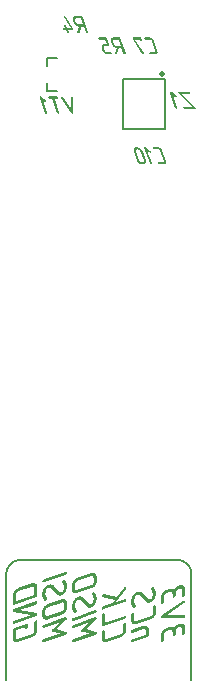
<source format=gbo>
G04*
G04 #@! TF.GenerationSoftware,Altium Limited,Altium Designer,23.3.1 (30)*
G04*
G04 Layer_Color=32896*
%FSLAX44Y44*%
%MOMM*%
G71*
G04*
G04 #@! TF.SameCoordinates,ECDC02AA-1032-42BF-8C78-3195C1E34F5D*
G04*
G04*
G04 #@! TF.FilePolarity,Positive*
G04*
G01*
G75*
%ADD12C,0.2000*%
%ADD49C,0.5000*%
%ADD50C,0.1524*%
G36*
X126288Y95667D02*
X126391Y95626D01*
X126474Y95585D01*
X126515Y95564D01*
X126535Y95544D01*
X126659Y95420D01*
X126742Y95296D01*
X126804Y95173D01*
X126845Y95049D01*
X126865Y94925D01*
X126886Y94843D01*
Y94760D01*
X126865Y94574D01*
X126824Y94368D01*
X126762Y94203D01*
X126700Y94038D01*
X126639Y93894D01*
X126577Y93791D01*
X126535Y93708D01*
X126515Y93687D01*
X126350Y93502D01*
X126185Y93357D01*
X126040Y93254D01*
X125896Y93151D01*
X125772Y93089D01*
X125669Y93048D01*
X125607Y93007D01*
X125587D01*
X107396Y86799D01*
X107169Y86737D01*
X106962Y86716D01*
X106798D01*
X106653Y86737D01*
X106550Y86778D01*
X106468Y86819D01*
X106426Y86840D01*
X106406Y86861D01*
X106302Y86985D01*
X106220Y87108D01*
X106158Y87253D01*
X106117Y87376D01*
X106096Y87500D01*
X106076Y87603D01*
Y87686D01*
X106096Y87892D01*
X106138Y88098D01*
X106179Y88284D01*
X106261Y88449D01*
X106323Y88573D01*
X106364Y88696D01*
X106406Y88758D01*
X106426Y88779D01*
X106571Y88944D01*
X106736Y89068D01*
X106880Y89191D01*
X107045Y89274D01*
X107189Y89356D01*
X107292Y89398D01*
X107375Y89439D01*
X107396D01*
X125587Y95647D01*
X125814Y95709D01*
X125999D01*
X126164D01*
X126288Y95667D01*
D02*
G37*
G36*
X223847Y84365D02*
X224136Y84324D01*
X224404Y84283D01*
X224652Y84241D01*
X224858Y84179D01*
X225044Y84118D01*
X225209Y84056D01*
X225332Y84015D01*
X225415Y83973D01*
X225477Y83953D01*
X225497Y83932D01*
X225765Y83746D01*
X225992Y83540D01*
X226199Y83293D01*
X226384Y83025D01*
X226529Y82756D01*
X226652Y82468D01*
X226756Y82179D01*
X226838Y81890D01*
X226900Y81622D01*
X226941Y81375D01*
X226982Y81148D01*
X227003Y80941D01*
X227024Y80776D01*
Y76487D01*
X227003Y76260D01*
X226962Y76053D01*
X226879Y75868D01*
X226817Y75703D01*
X226735Y75558D01*
X226652Y75455D01*
X226611Y75393D01*
X226590Y75373D01*
X226425Y75208D01*
X226281Y75063D01*
X226137Y74960D01*
X226013Y74878D01*
X225889Y74816D01*
X225807Y74775D01*
X225745Y74733D01*
X225724D01*
X225518Y74692D01*
X225332Y74672D01*
X225167D01*
X225023Y74692D01*
X224920Y74713D01*
X224837Y74733D01*
X224776Y74775D01*
X224755D01*
X224631Y74878D01*
X224549Y75002D01*
X224487Y75146D01*
X224445Y75270D01*
X224425Y75393D01*
X224404Y75497D01*
Y79642D01*
X224363Y80075D01*
X224280Y80446D01*
X224136Y80756D01*
X223992Y80983D01*
X223847Y81168D01*
X223703Y81292D01*
X223620Y81354D01*
X223579Y81375D01*
X223291Y81498D01*
X223002Y81539D01*
X222692Y81560D01*
X222404Y81539D01*
X222156Y81498D01*
X221950Y81457D01*
X221867Y81436D01*
X221806Y81416D01*
X221785Y81395D01*
X221764D01*
X221352Y81230D01*
X220981Y81024D01*
X220630Y80797D01*
X220362Y80570D01*
X220114Y80385D01*
X219949Y80220D01*
X219846Y80096D01*
X219805Y80075D01*
Y80055D01*
X219537Y79663D01*
X219331Y79250D01*
X219186Y78879D01*
X219083Y78528D01*
X219021Y78240D01*
X219001Y78013D01*
X218980Y77930D01*
Y75785D01*
X218959Y75538D01*
X218918Y75311D01*
X218836Y75125D01*
X218774Y74960D01*
X218691Y74816D01*
X218609Y74713D01*
X218568Y74651D01*
X218547Y74630D01*
X218382Y74465D01*
X218237Y74342D01*
X218093Y74218D01*
X217949Y74135D01*
X217846Y74073D01*
X217763Y74032D01*
X217701Y74012D01*
X217681D01*
X217495Y73970D01*
X217309Y73950D01*
X217144D01*
X217000Y73970D01*
X216876Y73991D01*
X216794Y74012D01*
X216732Y74032D01*
X216711D01*
X216588Y74156D01*
X216505Y74280D01*
X216443Y74424D01*
X216402Y74548D01*
X216381Y74672D01*
X216361Y74775D01*
Y76899D01*
X216319Y77312D01*
X216237Y77642D01*
X216092Y77930D01*
X215948Y78178D01*
X215804Y78343D01*
X215659Y78466D01*
X215577Y78549D01*
X215536Y78570D01*
X215391Y78652D01*
X215226Y78714D01*
X214896Y78817D01*
X214587Y78838D01*
X214277Y78817D01*
X214030Y78796D01*
X213824Y78755D01*
X213741Y78735D01*
X213679Y78714D01*
X213659Y78693D01*
X213638D01*
X211617Y78013D01*
X211204Y77848D01*
X210833Y77621D01*
X210483Y77373D01*
X210214Y77126D01*
X209967Y76899D01*
X209802Y76713D01*
X209699Y76590D01*
X209657Y76569D01*
Y76548D01*
X209389Y76157D01*
X209204Y75765D01*
X209059Y75393D01*
X208977Y75063D01*
X208915Y74775D01*
X208894Y74548D01*
X208874Y74465D01*
Y70320D01*
X208853Y70072D01*
X208812Y69866D01*
X208729Y69660D01*
X208668Y69495D01*
X208585Y69350D01*
X208503Y69247D01*
X208461Y69185D01*
X208441Y69165D01*
X208276Y69000D01*
X208131Y68876D01*
X207987Y68752D01*
X207843Y68670D01*
X207739Y68608D01*
X207657Y68566D01*
X207595Y68546D01*
X207574D01*
X207389Y68505D01*
X207203Y68484D01*
X207038D01*
X206894Y68505D01*
X206770Y68525D01*
X206688Y68546D01*
X206626Y68566D01*
X206605D01*
X206481Y68690D01*
X206399Y68814D01*
X206337Y68958D01*
X206296Y69103D01*
X206275Y69226D01*
X206255Y69330D01*
Y73475D01*
X206275Y73888D01*
X206316Y74300D01*
X206399Y74692D01*
X206502Y75084D01*
X206749Y75806D01*
X206894Y76136D01*
X207038Y76466D01*
X207183Y76755D01*
X207327Y77002D01*
X207451Y77229D01*
X207574Y77415D01*
X207678Y77580D01*
X207760Y77683D01*
X207801Y77765D01*
X207822Y77786D01*
X208131Y78178D01*
X208441Y78528D01*
X208771Y78838D01*
X209080Y79126D01*
X209410Y79395D01*
X209719Y79621D01*
X210029Y79828D01*
X210317Y80013D01*
X210586Y80178D01*
X210833Y80302D01*
X211060Y80426D01*
X211246Y80508D01*
X211411Y80570D01*
X211514Y80611D01*
X211596Y80653D01*
X211617D01*
X213638Y81333D01*
X214092Y81478D01*
X214546Y81560D01*
X214937Y81601D01*
X215288D01*
X215597D01*
X215824Y81581D01*
X215907D01*
X215969Y81560D01*
X215989D01*
X216010D01*
X216402Y81457D01*
X216732Y81354D01*
X217021Y81209D01*
X217248Y81065D01*
X217412Y80941D01*
X217536Y80838D01*
X217598Y80756D01*
X217619Y80735D01*
X217866Y81148D01*
X218155Y81539D01*
X218444Y81890D01*
X218712Y82199D01*
X218959Y82426D01*
X219145Y82612D01*
X219228Y82695D01*
X219289Y82736D01*
X219310Y82777D01*
X219331D01*
X219743Y83086D01*
X220176Y83355D01*
X220568Y83581D01*
X220939Y83767D01*
X221249Y83911D01*
X221393Y83973D01*
X221496Y84015D01*
X221599Y84056D01*
X221661Y84076D01*
X221702Y84097D01*
X221723D01*
X222115Y84221D01*
X222486Y84303D01*
X222857Y84345D01*
X223208Y84386D01*
X223538D01*
X223847Y84365D01*
D02*
G37*
G36*
X124597Y88882D02*
X124617D01*
X124638D01*
X124844Y88820D01*
X124989Y88758D01*
X125071Y88676D01*
X125092Y88655D01*
X125401Y88284D01*
X125669Y87892D01*
X125896Y87500D01*
X126102Y87149D01*
X126247Y86840D01*
X126309Y86716D01*
X126350Y86593D01*
X126391Y86510D01*
X126412Y86448D01*
X126432Y86407D01*
Y86386D01*
X126577Y85891D01*
X126700Y85417D01*
X126783Y84943D01*
X126824Y84530D01*
X126865Y84159D01*
Y84015D01*
X126886Y83870D01*
Y83623D01*
X126845Y82859D01*
X126762Y82138D01*
X126618Y81478D01*
X126556Y81189D01*
X126474Y80921D01*
X126391Y80653D01*
X126329Y80446D01*
X126247Y80240D01*
X126185Y80075D01*
X126144Y79951D01*
X126102Y79848D01*
X126061Y79786D01*
Y79766D01*
X125917Y79436D01*
X125772Y79126D01*
X125607Y78858D01*
X125463Y78590D01*
X125298Y78343D01*
X125154Y78116D01*
X125009Y77930D01*
X124886Y77745D01*
X124741Y77580D01*
X124638Y77456D01*
X124535Y77332D01*
X124432Y77229D01*
X124370Y77167D01*
X124308Y77105D01*
X124287Y77085D01*
X124267Y77064D01*
X123875Y76755D01*
X123504Y76487D01*
X123132Y76260D01*
X122802Y76074D01*
X122514Y75930D01*
X122307Y75847D01*
X122225Y75806D01*
X122163Y75785D01*
X122122Y75765D01*
X122101D01*
X121771Y75662D01*
X121441Y75600D01*
X121152Y75579D01*
X120884Y75558D01*
X120657D01*
X120492D01*
X120389Y75579D01*
X120348D01*
X120059Y75641D01*
X119812Y75744D01*
X119585Y75847D01*
X119420Y75950D01*
X119276Y76033D01*
X119172Y76115D01*
X119110Y76177D01*
X119090Y76198D01*
X113480Y81869D01*
X113315Y81993D01*
X113150Y82117D01*
X113006Y82199D01*
X112861Y82261D01*
X112758Y82303D01*
X112676Y82323D01*
X112614Y82344D01*
X112593D01*
X112325D01*
X112077D01*
X111851Y82303D01*
X111665Y82282D01*
X111500Y82241D01*
X111376Y82220D01*
X111294Y82179D01*
X111273D01*
X111067Y82096D01*
X110861Y82014D01*
X110799Y81973D01*
X110737Y81952D01*
X110696Y81911D01*
X110675D01*
X110469Y81766D01*
X110304Y81663D01*
X110201Y81581D01*
X110180Y81539D01*
X110159D01*
X109974Y81354D01*
X109809Y81189D01*
X109664Y81003D01*
X109541Y80838D01*
X109458Y80715D01*
X109396Y80611D01*
X109376Y80529D01*
X109355Y80508D01*
X109108Y79869D01*
X108922Y79250D01*
X108778Y78714D01*
X108736Y78446D01*
X108695Y78219D01*
X108654Y78013D01*
X108633Y77827D01*
X108612Y77662D01*
Y77518D01*
X108592Y77415D01*
Y77270D01*
X108612Y76878D01*
X108654Y76528D01*
X108716Y76198D01*
X108778Y75909D01*
X108839Y75662D01*
X108901Y75497D01*
X108942Y75373D01*
X108963Y75352D01*
Y75332D01*
X109108Y75002D01*
X109293Y74692D01*
X109458Y74403D01*
X109644Y74135D01*
X109788Y73908D01*
X109912Y73743D01*
X110015Y73640D01*
X110036Y73599D01*
X110118Y73496D01*
X110159Y73372D01*
X110242Y73166D01*
Y73083D01*
X110262Y73021D01*
Y72960D01*
X110242Y72753D01*
X110201Y72568D01*
X110139Y72382D01*
X110056Y72217D01*
X109974Y72073D01*
X109912Y71970D01*
X109871Y71908D01*
X109850Y71887D01*
X109706Y71722D01*
X109541Y71578D01*
X109376Y71454D01*
X109231Y71371D01*
X109108Y71289D01*
X109004Y71248D01*
X108922Y71206D01*
X108901D01*
X108654Y71145D01*
X108448D01*
X108262Y71186D01*
X108118Y71248D01*
X107994Y71310D01*
X107911Y71392D01*
X107849Y71433D01*
X107829Y71454D01*
X107622Y71701D01*
X107458Y71908D01*
X107313Y72093D01*
X107189Y72258D01*
X107086Y72382D01*
X107024Y72485D01*
X106983Y72547D01*
X106962Y72568D01*
X106859Y72753D01*
X106736Y72960D01*
X106653Y73166D01*
X106571Y73351D01*
X106509Y73537D01*
X106447Y73682D01*
X106426Y73764D01*
X106406Y73805D01*
X106261Y74218D01*
X106158Y74651D01*
X106076Y75084D01*
X106034Y75476D01*
X105993Y75827D01*
Y75971D01*
X105972Y76095D01*
Y76342D01*
X105993Y76713D01*
X106014Y77105D01*
X106055Y77477D01*
X106096Y77806D01*
X106138Y78095D01*
X106179Y78322D01*
X106199Y78405D01*
X106220Y78466D01*
Y78528D01*
X106385Y79023D01*
X106529Y79498D01*
X106674Y79931D01*
X106818Y80302D01*
X106942Y80632D01*
X106983Y80756D01*
X107024Y80859D01*
X107066Y80941D01*
X107086Y81003D01*
X107107Y81045D01*
Y81065D01*
X107354Y81560D01*
X107643Y81993D01*
X107932Y82385D01*
X108221Y82736D01*
X108468Y83004D01*
X108674Y83210D01*
X108757Y83272D01*
X108819Y83334D01*
X108839Y83355D01*
X108860Y83375D01*
X109293Y83705D01*
X109726Y83994D01*
X110139Y84241D01*
X110531Y84427D01*
X110861Y84592D01*
X110984Y84654D01*
X111108Y84695D01*
X111211Y84736D01*
X111273Y84757D01*
X111314Y84778D01*
X111335D01*
X111789Y84922D01*
X112242Y85005D01*
X112655Y85046D01*
X113026D01*
X113336D01*
X113459D01*
X113562Y85025D01*
X113645D01*
X113707Y85005D01*
X113748D01*
X113769D01*
X114202Y84922D01*
X114573Y84798D01*
X114882Y84633D01*
X115150Y84489D01*
X115357Y84345D01*
X115501Y84221D01*
X115604Y84159D01*
X115625Y84118D01*
X121152Y78528D01*
X121297Y78405D01*
X121462Y78322D01*
X121606Y78301D01*
X121771Y78281D01*
X121895D01*
X121998Y78301D01*
X122080Y78322D01*
X122101D01*
X122287Y78405D01*
X122410Y78466D01*
X122493Y78508D01*
X122514Y78528D01*
X123009Y78920D01*
X123297Y79271D01*
X123400Y79415D01*
X123504Y79560D01*
X123566Y79683D01*
X123627Y79766D01*
X123669Y79828D01*
Y79848D01*
X123875Y80405D01*
X124040Y80941D01*
X124143Y81416D01*
X124226Y81849D01*
X124246Y82055D01*
X124267Y82220D01*
X124287Y82365D01*
X124308Y82488D01*
Y82736D01*
X124287Y83148D01*
X124267Y83519D01*
X124205Y83891D01*
X124143Y84221D01*
X124060Y84551D01*
X123957Y84839D01*
X123854Y85108D01*
X123751Y85355D01*
X123648Y85561D01*
X123545Y85768D01*
X123462Y85912D01*
X123359Y86056D01*
X123297Y86159D01*
X123236Y86242D01*
X123215Y86283D01*
X123194Y86304D01*
X123029Y86428D01*
X122926Y86572D01*
X122844Y86696D01*
X122782Y86819D01*
X122740Y86923D01*
X122720Y87005D01*
Y87067D01*
X122740Y87273D01*
X122782Y87459D01*
X122864Y87645D01*
X122947Y87809D01*
X123009Y87933D01*
X123091Y88057D01*
X123132Y88119D01*
X123153Y88139D01*
X123318Y88325D01*
X123483Y88490D01*
X123648Y88614D01*
X123792Y88696D01*
X123916Y88758D01*
X123999Y88820D01*
X124060Y88841D01*
X124081D01*
X124308Y88882D01*
X124473Y88903D01*
X124597Y88882D01*
D02*
G37*
G36*
X149425Y94801D02*
X149652Y94760D01*
X149858Y94719D01*
X150064Y94657D01*
X150229Y94595D01*
X150374Y94554D01*
X150497Y94492D01*
X150601Y94451D01*
X150662Y94409D01*
X150704Y94368D01*
X150724D01*
X150951Y94203D01*
X151137Y94017D01*
X151322Y93811D01*
X151467Y93605D01*
X151590Y93399D01*
X151694Y93172D01*
X151838Y92739D01*
X151941Y92347D01*
X151962Y92182D01*
X151982Y92017D01*
X152003Y91893D01*
Y87686D01*
X151982Y87335D01*
X151941Y87005D01*
X151879Y86675D01*
X151797Y86366D01*
X151590Y85768D01*
X151487Y85499D01*
X151364Y85231D01*
X151240Y85005D01*
X151137Y84798D01*
X151013Y84613D01*
X150931Y84448D01*
X150848Y84324D01*
X150786Y84241D01*
X150745Y84179D01*
X150724Y84159D01*
X150477Y83849D01*
X150229Y83581D01*
X149982Y83313D01*
X149714Y83086D01*
X149466Y82880D01*
X149198Y82695D01*
X148971Y82529D01*
X148724Y82385D01*
X148517Y82261D01*
X148311Y82158D01*
X148125Y82055D01*
X147981Y81993D01*
X147837Y81931D01*
X147754Y81890D01*
X147692Y81869D01*
X147672D01*
X135544Y77724D01*
X135214Y77621D01*
X134884Y77559D01*
X134575Y77518D01*
X134286Y77497D01*
X134018D01*
X133750Y77518D01*
X133523Y77559D01*
X133317Y77600D01*
X133111Y77662D01*
X132946Y77724D01*
X132801Y77765D01*
X132677Y77827D01*
X132574Y77868D01*
X132513Y77910D01*
X132471Y77951D01*
X132451D01*
X132224Y78116D01*
X132038Y78322D01*
X131873Y78528D01*
X131729Y78735D01*
X131605Y78961D01*
X131502Y79168D01*
X131357Y79601D01*
X131254Y79993D01*
X131234Y80178D01*
X131213Y80323D01*
X131193Y80446D01*
Y84654D01*
X131213Y84984D01*
X131254Y85314D01*
X131316Y85644D01*
X131399Y85953D01*
X131605Y86551D01*
X131708Y86819D01*
X131832Y87088D01*
X131956Y87315D01*
X132059Y87521D01*
X132183Y87706D01*
X132265Y87871D01*
X132347Y87995D01*
X132409Y88078D01*
X132451Y88139D01*
X132471Y88160D01*
X132719Y88469D01*
X132966Y88758D01*
X133234Y89006D01*
X133482Y89253D01*
X133750Y89459D01*
X133997Y89645D01*
X134245Y89810D01*
X134493Y89955D01*
X134699Y90078D01*
X134905Y90181D01*
X135091Y90285D01*
X135235Y90346D01*
X135379Y90408D01*
X135462Y90449D01*
X135524Y90470D01*
X135544D01*
X147672Y94616D01*
X148002Y94719D01*
X148311Y94781D01*
X148621Y94822D01*
X148889D01*
X149425Y94801D01*
D02*
G37*
G36*
X176212Y82983D02*
X176336Y82963D01*
X176460Y82921D01*
X176542Y82880D01*
X176584Y82859D01*
X176604Y82839D01*
X176749Y82736D01*
X176852Y82612D01*
X176914Y82488D01*
X176975Y82365D01*
X176996Y82241D01*
X177017Y82158D01*
Y82076D01*
X176996Y81890D01*
X176955Y81684D01*
X176893Y81498D01*
X176810Y81333D01*
X176728Y81189D01*
X176666Y81065D01*
X176625Y80983D01*
X176604Y80962D01*
X168313Y70216D01*
X175738Y72753D01*
X175965Y72815D01*
X176150Y72836D01*
X176315Y72815D01*
X176460Y72795D01*
X176563Y72753D01*
X176646Y72712D01*
X176687Y72691D01*
X176707Y72671D01*
X176810Y72547D01*
X176893Y72423D01*
X176934Y72279D01*
X176975Y72155D01*
X176996Y72031D01*
X177017Y71949D01*
Y71866D01*
X176996Y71681D01*
X176955Y71495D01*
X176893Y71310D01*
X176831Y71145D01*
X176749Y71021D01*
X176687Y70897D01*
X176646Y70835D01*
X176625Y70815D01*
X176481Y70629D01*
X176336Y70485D01*
X176192Y70361D01*
X176047Y70258D01*
X175924Y70196D01*
X175821Y70155D01*
X175759Y70113D01*
X175738D01*
X157526Y63905D01*
X157299Y63843D01*
X157093Y63823D01*
X156928Y63843D01*
X156784Y63864D01*
X156681Y63885D01*
X156598Y63926D01*
X156557Y63947D01*
X156536Y63967D01*
X156433Y64091D01*
X156351Y64215D01*
X156289Y64359D01*
X156248Y64483D01*
X156227Y64607D01*
X156206Y64710D01*
Y64792D01*
X156227Y64998D01*
X156268Y65205D01*
X156309Y65390D01*
X156392Y65555D01*
X156454Y65679D01*
X156495Y65803D01*
X156536Y65865D01*
X156557Y65885D01*
X156701Y66050D01*
X156846Y66174D01*
X157011Y66298D01*
X157155Y66380D01*
X157299Y66463D01*
X157402Y66504D01*
X157485Y66545D01*
X157506D01*
X165075Y69123D01*
X167261Y71887D01*
X156846Y74094D01*
X156639Y74197D01*
X156474Y74321D01*
X156371Y74465D01*
X156289Y74610D01*
X156248Y74733D01*
X156227Y74857D01*
X156206Y74940D01*
Y74960D01*
X156227Y75167D01*
X156268Y75373D01*
X156330Y75558D01*
X156412Y75744D01*
X156474Y75868D01*
X156536Y75992D01*
X156578Y76053D01*
X156598Y76074D01*
X156742Y76260D01*
X156887Y76404D01*
X157031Y76548D01*
X157176Y76631D01*
X157320Y76713D01*
X157423Y76755D01*
X157485Y76796D01*
X157506D01*
X158124Y76837D01*
X168932Y74342D01*
X174789Y82261D01*
X174975Y82447D01*
X175161Y82612D01*
X175305Y82736D01*
X175429Y82818D01*
X175532Y82880D01*
X175614Y82921D01*
X175655Y82942D01*
X175676D01*
X175862Y82983D01*
X176047Y83004D01*
X176212Y82983D01*
D02*
G37*
G36*
X199803Y82818D02*
X199824D01*
X199844D01*
X200051Y82756D01*
X200195Y82695D01*
X200277Y82612D01*
X200298Y82591D01*
X200607Y82220D01*
X200875Y81828D01*
X201102Y81436D01*
X201309Y81086D01*
X201453Y80776D01*
X201515Y80653D01*
X201556Y80529D01*
X201597Y80446D01*
X201618Y80385D01*
X201639Y80343D01*
Y80323D01*
X201783Y79828D01*
X201907Y79353D01*
X201989Y78879D01*
X202031Y78466D01*
X202072Y78095D01*
Y77951D01*
X202092Y77806D01*
Y77559D01*
X202051Y76796D01*
X201969Y76074D01*
X201824Y75414D01*
X201762Y75125D01*
X201680Y74857D01*
X201597Y74589D01*
X201535Y74383D01*
X201453Y74177D01*
X201391Y74012D01*
X201350Y73888D01*
X201309Y73785D01*
X201267Y73723D01*
Y73702D01*
X201123Y73372D01*
X200979Y73063D01*
X200814Y72795D01*
X200669Y72526D01*
X200504Y72279D01*
X200360Y72052D01*
X200215Y71866D01*
X200092Y71681D01*
X199947Y71516D01*
X199844Y71392D01*
X199741Y71268D01*
X199638Y71165D01*
X199576Y71103D01*
X199514Y71041D01*
X199494Y71021D01*
X199473Y71000D01*
X199081Y70691D01*
X198710Y70423D01*
X198339Y70196D01*
X198009Y70010D01*
X197720Y69866D01*
X197514Y69783D01*
X197431Y69742D01*
X197369Y69721D01*
X197328Y69701D01*
X197307D01*
X196977Y69598D01*
X196647Y69536D01*
X196359Y69515D01*
X196091Y69495D01*
X195864D01*
X195699D01*
X195595Y69515D01*
X195554D01*
X195266Y69577D01*
X195018Y69680D01*
X194791Y69783D01*
X194626Y69886D01*
X194482Y69969D01*
X194379Y70051D01*
X194317Y70113D01*
X194296Y70134D01*
X188686Y75806D01*
X188521Y75930D01*
X188356Y76053D01*
X188212Y76136D01*
X188067Y76198D01*
X187964Y76239D01*
X187882Y76260D01*
X187820Y76280D01*
X187799D01*
X187531D01*
X187284D01*
X187057Y76239D01*
X186871Y76218D01*
X186706Y76177D01*
X186583Y76157D01*
X186500Y76115D01*
X186479D01*
X186273Y76033D01*
X186067Y75950D01*
X186005Y75909D01*
X185943Y75888D01*
X185902Y75847D01*
X185881D01*
X185675Y75703D01*
X185510Y75600D01*
X185407Y75517D01*
X185386Y75476D01*
X185366D01*
X185180Y75290D01*
X185015Y75125D01*
X184871Y74940D01*
X184747Y74775D01*
X184664Y74651D01*
X184603Y74548D01*
X184582Y74465D01*
X184561Y74445D01*
X184314Y73805D01*
X184128Y73186D01*
X183984Y72650D01*
X183943Y72382D01*
X183901Y72155D01*
X183860Y71949D01*
X183839Y71763D01*
X183819Y71598D01*
Y71454D01*
X183798Y71351D01*
Y71206D01*
X183819Y70815D01*
X183860Y70464D01*
X183922Y70134D01*
X183984Y69845D01*
X184046Y69598D01*
X184107Y69433D01*
X184149Y69309D01*
X184169Y69288D01*
Y69268D01*
X184314Y68938D01*
X184499Y68628D01*
X184664Y68340D01*
X184850Y68071D01*
X184994Y67845D01*
X185118Y67680D01*
X185221Y67576D01*
X185242Y67535D01*
X185324Y67432D01*
X185366Y67308D01*
X185448Y67102D01*
Y67020D01*
X185469Y66958D01*
Y66896D01*
X185448Y66690D01*
X185407Y66504D01*
X185345Y66318D01*
X185263Y66153D01*
X185180Y66009D01*
X185118Y65906D01*
X185077Y65844D01*
X185056Y65823D01*
X184912Y65658D01*
X184747Y65514D01*
X184582Y65390D01*
X184438Y65308D01*
X184314Y65225D01*
X184211Y65184D01*
X184128Y65143D01*
X184107D01*
X183860Y65081D01*
X183654D01*
X183468Y65122D01*
X183324Y65184D01*
X183200Y65246D01*
X183118Y65328D01*
X183056Y65370D01*
X183035Y65390D01*
X182829Y65638D01*
X182664Y65844D01*
X182519Y66030D01*
X182396Y66195D01*
X182292Y66318D01*
X182231Y66422D01*
X182189Y66483D01*
X182169Y66504D01*
X182066Y66690D01*
X181942Y66896D01*
X181859Y67102D01*
X181777Y67288D01*
X181715Y67473D01*
X181653Y67618D01*
X181633Y67700D01*
X181612Y67741D01*
X181468Y68154D01*
X181364Y68587D01*
X181282Y69020D01*
X181241Y69412D01*
X181199Y69763D01*
Y69907D01*
X181179Y70031D01*
Y70278D01*
X181199Y70650D01*
X181220Y71041D01*
X181261Y71413D01*
X181303Y71743D01*
X181344Y72031D01*
X181385Y72258D01*
X181406Y72341D01*
X181426Y72403D01*
Y72465D01*
X181591Y72960D01*
X181736Y73434D01*
X181880Y73867D01*
X182024Y74238D01*
X182148Y74568D01*
X182189Y74692D01*
X182231Y74795D01*
X182272Y74878D01*
X182292Y74940D01*
X182313Y74981D01*
Y75002D01*
X182561Y75497D01*
X182849Y75930D01*
X183138Y76322D01*
X183427Y76672D01*
X183674Y76940D01*
X183881Y77147D01*
X183963Y77208D01*
X184025Y77270D01*
X184046Y77291D01*
X184066Y77312D01*
X184499Y77642D01*
X184932Y77930D01*
X185345Y78178D01*
X185737Y78363D01*
X186067Y78528D01*
X186191Y78590D01*
X186314Y78631D01*
X186418Y78673D01*
X186479Y78693D01*
X186521Y78714D01*
X186541D01*
X186995Y78858D01*
X187449Y78941D01*
X187861Y78982D01*
X188232D01*
X188542D01*
X188666D01*
X188769Y78961D01*
X188851D01*
X188913Y78941D01*
X188954D01*
X188975D01*
X189408Y78858D01*
X189779Y78735D01*
X190089Y78570D01*
X190357Y78425D01*
X190563Y78281D01*
X190707Y78157D01*
X190811Y78095D01*
X190831Y78054D01*
X196359Y72465D01*
X196503Y72341D01*
X196668Y72258D01*
X196812Y72238D01*
X196977Y72217D01*
X197101D01*
X197204Y72238D01*
X197287Y72258D01*
X197307D01*
X197493Y72341D01*
X197617Y72403D01*
X197699Y72444D01*
X197720Y72465D01*
X198215Y72856D01*
X198504Y73207D01*
X198607Y73351D01*
X198710Y73496D01*
X198772Y73620D01*
X198834Y73702D01*
X198875Y73764D01*
Y73785D01*
X199081Y74342D01*
X199246Y74878D01*
X199349Y75352D01*
X199432Y75785D01*
X199452Y75992D01*
X199473Y76157D01*
X199494Y76301D01*
X199514Y76425D01*
Y76672D01*
X199494Y77085D01*
X199473Y77456D01*
X199411Y77827D01*
X199349Y78157D01*
X199267Y78487D01*
X199164Y78776D01*
X199060Y79044D01*
X198957Y79291D01*
X198854Y79498D01*
X198751Y79704D01*
X198669Y79848D01*
X198566Y79993D01*
X198504Y80096D01*
X198442Y80178D01*
X198421Y80220D01*
X198400Y80240D01*
X198235Y80364D01*
X198132Y80508D01*
X198050Y80632D01*
X197988Y80756D01*
X197947Y80859D01*
X197926Y80941D01*
Y81003D01*
X197947Y81209D01*
X197988Y81395D01*
X198071Y81581D01*
X198153Y81746D01*
X198215Y81869D01*
X198297Y81993D01*
X198339Y82055D01*
X198359Y82076D01*
X198524Y82261D01*
X198689Y82426D01*
X198854Y82550D01*
X198999Y82633D01*
X199122Y82695D01*
X199205Y82756D01*
X199267Y82777D01*
X199287D01*
X199514Y82818D01*
X199679Y82839D01*
X199803Y82818D01*
D02*
G37*
G36*
X149714Y78776D02*
X149734D01*
X149755D01*
X149961Y78714D01*
X150105Y78652D01*
X150188Y78570D01*
X150209Y78549D01*
X150518Y78178D01*
X150786Y77786D01*
X151013Y77394D01*
X151219Y77043D01*
X151364Y76734D01*
X151426Y76610D01*
X151467Y76487D01*
X151508Y76404D01*
X151529Y76342D01*
X151549Y76301D01*
Y76280D01*
X151694Y75785D01*
X151817Y75311D01*
X151900Y74837D01*
X151941Y74424D01*
X151982Y74053D01*
Y73908D01*
X152003Y73764D01*
Y73517D01*
X151962Y72753D01*
X151879Y72031D01*
X151735Y71371D01*
X151673Y71083D01*
X151590Y70815D01*
X151508Y70546D01*
X151446Y70340D01*
X151364Y70134D01*
X151302Y69969D01*
X151260Y69845D01*
X151219Y69742D01*
X151178Y69680D01*
Y69660D01*
X151034Y69330D01*
X150889Y69020D01*
X150724Y68752D01*
X150580Y68484D01*
X150415Y68236D01*
X150271Y68010D01*
X150126Y67824D01*
X150002Y67638D01*
X149858Y67473D01*
X149755Y67350D01*
X149652Y67226D01*
X149549Y67123D01*
X149487Y67061D01*
X149425Y66999D01*
X149404Y66978D01*
X149384Y66958D01*
X148992Y66648D01*
X148621Y66380D01*
X148249Y66153D01*
X147919Y65968D01*
X147631Y65823D01*
X147424Y65741D01*
X147342Y65700D01*
X147280Y65679D01*
X147239Y65658D01*
X147218D01*
X146888Y65555D01*
X146558Y65493D01*
X146269Y65473D01*
X146001Y65452D01*
X145774D01*
X145609D01*
X145506Y65473D01*
X145465D01*
X145176Y65535D01*
X144929Y65638D01*
X144702Y65741D01*
X144537Y65844D01*
X144392Y65927D01*
X144289Y66009D01*
X144227Y66071D01*
X144207Y66092D01*
X138597Y71763D01*
X138432Y71887D01*
X138267Y72011D01*
X138123Y72093D01*
X137978Y72155D01*
X137875Y72196D01*
X137793Y72217D01*
X137731Y72238D01*
X137710D01*
X137442D01*
X137194D01*
X136967Y72196D01*
X136782Y72176D01*
X136617Y72135D01*
X136493Y72114D01*
X136411Y72073D01*
X136390D01*
X136184Y71990D01*
X135977Y71908D01*
X135916Y71866D01*
X135854Y71846D01*
X135813Y71805D01*
X135792D01*
X135586Y71660D01*
X135421Y71557D01*
X135317Y71475D01*
X135297Y71433D01*
X135276D01*
X135091Y71248D01*
X134926Y71083D01*
X134781Y70897D01*
X134657Y70732D01*
X134575Y70608D01*
X134513Y70505D01*
X134493Y70423D01*
X134472Y70402D01*
X134224Y69763D01*
X134039Y69144D01*
X133894Y68608D01*
X133853Y68340D01*
X133812Y68113D01*
X133771Y67906D01*
X133750Y67721D01*
X133729Y67556D01*
Y67411D01*
X133709Y67308D01*
Y67164D01*
X133729Y66772D01*
X133771Y66422D01*
X133833Y66092D01*
X133894Y65803D01*
X133956Y65555D01*
X134018Y65390D01*
X134059Y65267D01*
X134080Y65246D01*
Y65225D01*
X134224Y64895D01*
X134410Y64586D01*
X134575Y64297D01*
X134761Y64029D01*
X134905Y63802D01*
X135029Y63637D01*
X135132Y63534D01*
X135153Y63493D01*
X135235Y63390D01*
X135276Y63266D01*
X135359Y63060D01*
Y62977D01*
X135379Y62915D01*
Y62853D01*
X135359Y62647D01*
X135317Y62462D01*
X135256Y62276D01*
X135173Y62111D01*
X135091Y61967D01*
X135029Y61863D01*
X134987Y61802D01*
X134967Y61781D01*
X134823Y61616D01*
X134657Y61472D01*
X134493Y61348D01*
X134348Y61265D01*
X134224Y61183D01*
X134121Y61142D01*
X134039Y61100D01*
X134018D01*
X133771Y61038D01*
X133564D01*
X133379Y61080D01*
X133234Y61142D01*
X133111Y61203D01*
X133028Y61286D01*
X132966Y61327D01*
X132946Y61348D01*
X132739Y61595D01*
X132574Y61802D01*
X132430Y61987D01*
X132306Y62152D01*
X132203Y62276D01*
X132141Y62379D01*
X132100Y62441D01*
X132079Y62462D01*
X131976Y62647D01*
X131853Y62853D01*
X131770Y63060D01*
X131687Y63245D01*
X131626Y63431D01*
X131564Y63575D01*
X131543Y63658D01*
X131523Y63699D01*
X131378Y64112D01*
X131275Y64545D01*
X131193Y64978D01*
X131151Y65370D01*
X131110Y65720D01*
Y65865D01*
X131089Y65988D01*
Y66236D01*
X131110Y66607D01*
X131131Y66999D01*
X131172Y67370D01*
X131213Y67700D01*
X131254Y67989D01*
X131296Y68216D01*
X131316Y68298D01*
X131337Y68360D01*
Y68422D01*
X131502Y68917D01*
X131646Y69391D01*
X131791Y69825D01*
X131935Y70196D01*
X132059Y70526D01*
X132100Y70650D01*
X132141Y70753D01*
X132183Y70835D01*
X132203Y70897D01*
X132224Y70938D01*
Y70959D01*
X132471Y71454D01*
X132760Y71887D01*
X133049Y72279D01*
X133337Y72630D01*
X133585Y72898D01*
X133791Y73104D01*
X133874Y73166D01*
X133936Y73228D01*
X133956Y73248D01*
X133977Y73269D01*
X134410Y73599D01*
X134843Y73888D01*
X135256Y74135D01*
X135647Y74321D01*
X135977Y74486D01*
X136101Y74548D01*
X136225Y74589D01*
X136328Y74630D01*
X136390Y74651D01*
X136431Y74672D01*
X136452D01*
X136906Y74816D01*
X137359Y74898D01*
X137772Y74940D01*
X138143D01*
X138453D01*
X138576D01*
X138679Y74919D01*
X138762D01*
X138824Y74898D01*
X138865D01*
X138886D01*
X139319Y74816D01*
X139690Y74692D01*
X139999Y74527D01*
X140267Y74383D01*
X140474Y74238D01*
X140618Y74115D01*
X140721Y74053D01*
X140742Y74012D01*
X146269Y68422D01*
X146414Y68298D01*
X146579Y68216D01*
X146723Y68195D01*
X146888Y68175D01*
X147012D01*
X147115Y68195D01*
X147197Y68216D01*
X147218D01*
X147404Y68298D01*
X147527Y68360D01*
X147610Y68401D01*
X147631Y68422D01*
X148125Y68814D01*
X148414Y69165D01*
X148517Y69309D01*
X148621Y69453D01*
X148682Y69577D01*
X148744Y69660D01*
X148785Y69721D01*
Y69742D01*
X148992Y70299D01*
X149157Y70835D01*
X149260Y71310D01*
X149342Y71743D01*
X149363Y71949D01*
X149384Y72114D01*
X149404Y72258D01*
X149425Y72382D01*
Y72630D01*
X149404Y73042D01*
X149384Y73413D01*
X149322Y73785D01*
X149260Y74115D01*
X149177Y74445D01*
X149074Y74733D01*
X148971Y75002D01*
X148868Y75249D01*
X148765Y75455D01*
X148662Y75662D01*
X148579Y75806D01*
X148476Y75950D01*
X148414Y76053D01*
X148352Y76136D01*
X148332Y76177D01*
X148311Y76198D01*
X148146Y76322D01*
X148043Y76466D01*
X147961Y76590D01*
X147899Y76713D01*
X147857Y76817D01*
X147837Y76899D01*
Y76961D01*
X147857Y77167D01*
X147899Y77353D01*
X147981Y77538D01*
X148064Y77703D01*
X148125Y77827D01*
X148208Y77951D01*
X148249Y78013D01*
X148270Y78033D01*
X148435Y78219D01*
X148600Y78384D01*
X148765Y78508D01*
X148909Y78590D01*
X149033Y78652D01*
X149115Y78714D01*
X149177Y78735D01*
X149198D01*
X149425Y78776D01*
X149590Y78796D01*
X149714Y78776D01*
D02*
G37*
G36*
X99232Y86056D02*
X99459Y86015D01*
X99665Y85974D01*
X99872Y85912D01*
X100037Y85850D01*
X100181Y85809D01*
X100305Y85747D01*
X100408Y85706D01*
X100470Y85665D01*
X100511Y85623D01*
X100532D01*
X100758Y85458D01*
X100944Y85273D01*
X101130Y85066D01*
X101274Y84860D01*
X101398Y84654D01*
X101501Y84427D01*
X101645Y83994D01*
X101749Y83602D01*
X101769Y83437D01*
X101790Y83272D01*
X101810Y83148D01*
Y75909D01*
X101790Y75682D01*
X101749Y75455D01*
X101687Y75249D01*
X101604Y75084D01*
X101398Y74775D01*
X101171Y74548D01*
X100924Y74362D01*
X100717Y74238D01*
X100635Y74197D01*
X100573Y74177D01*
X100532Y74156D01*
X100511D01*
X82320Y67948D01*
X82093Y67886D01*
X81887Y67865D01*
X81701D01*
X81557Y67906D01*
X81433Y67968D01*
X81330Y68030D01*
X81165Y68236D01*
X81062Y68443D01*
X81021Y68628D01*
X81000Y68711D01*
Y75909D01*
X81021Y76239D01*
X81062Y76569D01*
X81124Y76899D01*
X81206Y77208D01*
X81412Y77806D01*
X81516Y78075D01*
X81639Y78343D01*
X81763Y78570D01*
X81866Y78776D01*
X81990Y78961D01*
X82072Y79126D01*
X82155Y79250D01*
X82217Y79333D01*
X82258Y79395D01*
X82279Y79415D01*
X82526Y79725D01*
X82774Y80013D01*
X83042Y80261D01*
X83289Y80508D01*
X83558Y80715D01*
X83805Y80900D01*
X84052Y81065D01*
X84300Y81209D01*
X84506Y81333D01*
X84712Y81436D01*
X84898Y81539D01*
X85042Y81601D01*
X85187Y81663D01*
X85269Y81705D01*
X85331Y81725D01*
X85352D01*
X97479Y85871D01*
X97809Y85974D01*
X98119Y86036D01*
X98428Y86077D01*
X98696D01*
X99232Y86056D01*
D02*
G37*
G36*
X226446Y71433D02*
X226570Y71413D01*
X226652Y71371D01*
X226694Y71351D01*
X226714Y71330D01*
X226838Y71186D01*
X226921Y71041D01*
X226982Y70918D01*
X227024Y70773D01*
X227044Y70670D01*
X227065Y70567D01*
Y70485D01*
X227044Y70340D01*
X227024Y70196D01*
X226941Y69948D01*
X226879Y69845D01*
X226838Y69763D01*
X226817Y69701D01*
X226797Y69680D01*
X226590Y69391D01*
X226384Y69185D01*
X226302Y69103D01*
X226219Y69041D01*
X226178Y69000D01*
X226157Y68979D01*
X211246Y59079D01*
X226219Y59347D01*
X226405Y59327D01*
X226549Y59285D01*
X226673Y59223D01*
X226776Y59162D01*
X226859Y59120D01*
X226900Y59058D01*
X226941Y59038D01*
Y59017D01*
X227065Y58728D01*
Y58419D01*
X227044Y58213D01*
X227003Y58007D01*
X226941Y57821D01*
X226859Y57656D01*
X226776Y57532D01*
X226714Y57429D01*
X226673Y57347D01*
X226652Y57326D01*
X226487Y57140D01*
X226343Y56996D01*
X226178Y56872D01*
X226054Y56790D01*
X225931Y56707D01*
X225827Y56666D01*
X225765Y56625D01*
X225745D01*
X225353Y56563D01*
X207306Y56501D01*
X207121Y56522D01*
X206956Y56563D01*
X206811Y56604D01*
X206708Y56666D01*
X206502Y56831D01*
X206378Y56996D01*
X206316Y57161D01*
X206275Y57285D01*
X206255Y57388D01*
Y57429D01*
X206296Y57615D01*
X206358Y57780D01*
X206399Y57924D01*
X206461Y58048D01*
X206502Y58151D01*
X206543Y58213D01*
X206564Y58254D01*
Y58275D01*
X206832Y58563D01*
X207079Y58790D01*
X207183Y58873D01*
X207265Y58935D01*
X207306Y58976D01*
X207327Y58997D01*
X225353Y71186D01*
X225786Y71413D01*
X225972Y71454D01*
X226157Y71475D01*
X226322D01*
X226446Y71433D01*
D02*
G37*
G36*
X124308Y72526D02*
X124535Y72485D01*
X124741Y72444D01*
X124947Y72382D01*
X125112Y72320D01*
X125257Y72279D01*
X125380Y72217D01*
X125484Y72176D01*
X125545Y72135D01*
X125587Y72093D01*
X125607D01*
X125834Y71928D01*
X126020Y71743D01*
X126205Y71536D01*
X126350Y71330D01*
X126474Y71124D01*
X126577Y70897D01*
X126721Y70464D01*
X126824Y70072D01*
X126845Y69907D01*
X126865Y69742D01*
X126886Y69618D01*
Y65411D01*
X126865Y65060D01*
X126824Y64730D01*
X126762Y64400D01*
X126680Y64091D01*
X126474Y63493D01*
X126370Y63225D01*
X126247Y62957D01*
X126123Y62730D01*
X126020Y62523D01*
X125896Y62338D01*
X125814Y62173D01*
X125731Y62049D01*
X125669Y61967D01*
X125628Y61905D01*
X125607Y61884D01*
X125360Y61575D01*
X125112Y61307D01*
X124865Y61038D01*
X124597Y60812D01*
X124349Y60605D01*
X124081Y60420D01*
X123854Y60255D01*
X123607Y60110D01*
X123400Y59987D01*
X123194Y59883D01*
X123009Y59780D01*
X122864Y59718D01*
X122720Y59657D01*
X122637Y59615D01*
X122576Y59595D01*
X122555D01*
X110428Y55449D01*
X110098Y55346D01*
X109768Y55284D01*
X109458Y55243D01*
X109169Y55222D01*
X108901D01*
X108633Y55243D01*
X108406Y55284D01*
X108200Y55325D01*
X107994Y55387D01*
X107829Y55449D01*
X107684Y55490D01*
X107561Y55552D01*
X107458Y55594D01*
X107396Y55635D01*
X107354Y55676D01*
X107334D01*
X107107Y55841D01*
X106921Y56047D01*
X106756Y56253D01*
X106612Y56460D01*
X106488Y56687D01*
X106385Y56893D01*
X106241Y57326D01*
X106138Y57718D01*
X106117Y57903D01*
X106096Y58048D01*
X106076Y58172D01*
Y62379D01*
X106096Y62709D01*
X106138Y63039D01*
X106199Y63369D01*
X106282Y63678D01*
X106488Y64277D01*
X106591Y64545D01*
X106715Y64813D01*
X106839Y65040D01*
X106942Y65246D01*
X107066Y65432D01*
X107148Y65597D01*
X107231Y65720D01*
X107292Y65803D01*
X107334Y65865D01*
X107354Y65885D01*
X107602Y66195D01*
X107849Y66483D01*
X108118Y66731D01*
X108365Y66978D01*
X108633Y67185D01*
X108881Y67370D01*
X109128Y67535D01*
X109376Y67680D01*
X109582Y67803D01*
X109788Y67906D01*
X109974Y68010D01*
X110118Y68071D01*
X110262Y68133D01*
X110345Y68175D01*
X110407Y68195D01*
X110428D01*
X122555Y72341D01*
X122885Y72444D01*
X123194Y72506D01*
X123504Y72547D01*
X123772D01*
X124308Y72526D01*
D02*
G37*
G36*
X151405Y63287D02*
X151508Y63245D01*
X151590Y63204D01*
X151632Y63183D01*
X151652Y63163D01*
X151776Y63039D01*
X151859Y62915D01*
X151920Y62792D01*
X151962Y62668D01*
X151982Y62544D01*
X152003Y62462D01*
Y62379D01*
X151982Y62193D01*
X151941Y61987D01*
X151879Y61822D01*
X151817Y61657D01*
X151755Y61513D01*
X151694Y61410D01*
X151652Y61327D01*
X151632Y61307D01*
X151467Y61121D01*
X151302Y60977D01*
X151157Y60873D01*
X151013Y60770D01*
X150889Y60708D01*
X150786Y60667D01*
X150724Y60626D01*
X150704D01*
X132513Y54418D01*
X132286Y54356D01*
X132079Y54335D01*
X131914D01*
X131770Y54356D01*
X131667Y54397D01*
X131584Y54439D01*
X131543Y54459D01*
X131523Y54480D01*
X131419Y54604D01*
X131337Y54727D01*
X131275Y54872D01*
X131234Y54995D01*
X131213Y55119D01*
X131193Y55222D01*
Y55305D01*
X131213Y55511D01*
X131254Y55717D01*
X131296Y55903D01*
X131378Y56068D01*
X131440Y56192D01*
X131481Y56315D01*
X131523Y56377D01*
X131543Y56398D01*
X131687Y56563D01*
X131853Y56687D01*
X131997Y56810D01*
X132162Y56893D01*
X132306Y56975D01*
X132409Y57017D01*
X132492Y57058D01*
X132513D01*
X150704Y63266D01*
X150931Y63328D01*
X151116D01*
X151281D01*
X151405Y63287D01*
D02*
G37*
G36*
X201432Y67329D02*
X201535Y67288D01*
X201618Y67267D01*
X201659Y67247D01*
X201680Y67226D01*
X201824Y67123D01*
X201927Y66999D01*
X201989Y66855D01*
X202051Y66731D01*
X202072Y66607D01*
X202092Y66504D01*
Y61368D01*
X202072Y61018D01*
X202031Y60688D01*
X201969Y60358D01*
X201886Y60048D01*
X201680Y59450D01*
X201577Y59182D01*
X201453Y58914D01*
X201329Y58687D01*
X201226Y58481D01*
X201102Y58295D01*
X201020Y58130D01*
X200937Y58007D01*
X200875Y57924D01*
X200834Y57862D01*
X200814Y57842D01*
X200566Y57532D01*
X200319Y57264D01*
X200071Y56996D01*
X199803Y56769D01*
X199555Y56563D01*
X199287Y56377D01*
X199060Y56212D01*
X198813Y56068D01*
X198607Y55944D01*
X198400Y55841D01*
X198215Y55738D01*
X198071Y55676D01*
X197926Y55614D01*
X197844Y55573D01*
X197782Y55552D01*
X197761D01*
X185634Y51407D01*
X185304Y51304D01*
X184974Y51242D01*
X184664Y51200D01*
X184376Y51180D01*
X184107D01*
X183839Y51200D01*
X183612Y51242D01*
X183406Y51283D01*
X183200Y51345D01*
X183035Y51407D01*
X182891Y51448D01*
X182767Y51510D01*
X182664Y51551D01*
X182602Y51592D01*
X182561Y51634D01*
X182540D01*
X182313Y51799D01*
X182128Y52005D01*
X181963Y52190D01*
X181818Y52417D01*
X181694Y52624D01*
X181591Y52850D01*
X181447Y53284D01*
X181344Y53675D01*
X181323Y53840D01*
X181303Y53985D01*
X181282Y54109D01*
Y59327D01*
X181303Y59574D01*
X181344Y59780D01*
X181426Y59966D01*
X181509Y60152D01*
X181571Y60275D01*
X181653Y60378D01*
X181694Y60440D01*
X181715Y60461D01*
X181880Y60626D01*
X182045Y60770D01*
X182189Y60873D01*
X182313Y60977D01*
X182437Y61038D01*
X182519Y61080D01*
X182581Y61100D01*
X182602D01*
X182787Y61142D01*
X182952Y61162D01*
X183097Y61142D01*
X183241Y61121D01*
X183344Y61080D01*
X183427Y61059D01*
X183468Y61038D01*
X183489Y61018D01*
X183633Y60915D01*
X183736Y60791D01*
X183798Y60667D01*
X183860Y60543D01*
X183881Y60420D01*
X183901Y60317D01*
Y55181D01*
X183922Y54934D01*
X183963Y54748D01*
Y54665D01*
X183984Y54604D01*
X184004Y54562D01*
Y54542D01*
X184128Y54377D01*
X184252Y54232D01*
X184355Y54150D01*
X184396Y54109D01*
X184582Y54026D01*
X184788Y53964D01*
X184994Y53944D01*
X185201Y53964D01*
X185366Y53985D01*
X185510Y54005D01*
X185592Y54047D01*
X185634D01*
X197761Y58192D01*
X198009Y58295D01*
X198215Y58398D01*
X198297Y58460D01*
X198359Y58481D01*
X198400Y58522D01*
X198421D01*
X198545Y58625D01*
X198669Y58728D01*
X198916Y58976D01*
X199019Y59079D01*
X199102Y59162D01*
X199164Y59223D01*
X199184Y59244D01*
X199287Y59450D01*
X199349Y59657D01*
X199411Y59863D01*
X199432Y60048D01*
X199452Y60213D01*
X199473Y60358D01*
Y65535D01*
X199494Y65762D01*
X199535Y65988D01*
X199617Y66174D01*
X199700Y66339D01*
X199762Y66463D01*
X199844Y66566D01*
X199886Y66628D01*
X199906Y66648D01*
X200071Y66813D01*
X200236Y66958D01*
X200380Y67061D01*
X200504Y67164D01*
X200628Y67226D01*
X200711Y67267D01*
X200772Y67288D01*
X200793D01*
X200979Y67329D01*
X201144Y67350D01*
X201288D01*
X201432Y67329D01*
D02*
G37*
G36*
X101233Y70711D02*
X101357Y70670D01*
X101439Y70629D01*
X101480Y70608D01*
X101501Y70588D01*
X101604Y70464D01*
X101687Y70340D01*
X101728Y70196D01*
X101769Y70072D01*
X101790Y69969D01*
X101810Y69886D01*
Y69804D01*
X101790Y69618D01*
X101749Y69412D01*
X101687Y69247D01*
X101625Y69082D01*
X101563Y68938D01*
X101501Y68835D01*
X101460Y68752D01*
X101439Y68731D01*
X101274Y68546D01*
X101109Y68401D01*
X100944Y68298D01*
X100800Y68195D01*
X100676Y68133D01*
X100573Y68092D01*
X100511Y68051D01*
X100490D01*
X86651Y63328D01*
X101109Y60585D01*
X101336Y60502D01*
X101522Y60378D01*
X101645Y60213D01*
X101728Y60069D01*
X101769Y59904D01*
X101810Y59780D01*
Y59657D01*
X101790Y59471D01*
X101749Y59285D01*
X101707Y59120D01*
X101645Y58976D01*
X101563Y58852D01*
X101522Y58770D01*
X101480Y58708D01*
X101460Y58687D01*
X101295Y58502D01*
X101130Y58337D01*
X100944Y58213D01*
X100779Y58110D01*
X100635Y58027D01*
X100511Y57965D01*
X100429Y57945D01*
X100408Y57924D01*
X82320Y51757D01*
X82093Y51695D01*
X81887Y51675D01*
X81722D01*
X81578Y51695D01*
X81474Y51737D01*
X81392Y51778D01*
X81351Y51799D01*
X81330Y51819D01*
X81227Y51943D01*
X81144Y52067D01*
X81082Y52211D01*
X81041Y52335D01*
X81021Y52459D01*
X81000Y52562D01*
Y52644D01*
X81021Y52850D01*
X81062Y53057D01*
X81103Y53242D01*
X81186Y53407D01*
X81248Y53531D01*
X81289Y53655D01*
X81330Y53717D01*
X81351Y53737D01*
X81495Y53902D01*
X81639Y54026D01*
X81804Y54150D01*
X81949Y54232D01*
X82093Y54315D01*
X82196Y54356D01*
X82279Y54397D01*
X82299D01*
X96159Y59120D01*
X81619Y61863D01*
X81412Y61946D01*
X81268Y62070D01*
X81144Y62214D01*
X81082Y62379D01*
X81041Y62544D01*
X81021Y62668D01*
X81000Y62750D01*
Y62792D01*
X81021Y62998D01*
X81062Y63183D01*
X81082Y63307D01*
X81103Y63328D01*
Y63348D01*
X81392Y63823D01*
X81557Y64008D01*
X81742Y64153D01*
X81928Y64277D01*
X82072Y64359D01*
X82217Y64442D01*
X82320Y64483D01*
X82402Y64524D01*
X82423D01*
X100511Y70691D01*
X100738Y70753D01*
X100924D01*
X101088D01*
X101233Y70711D01*
D02*
G37*
G36*
X158021Y60502D02*
X158166Y60482D01*
X158269Y60440D01*
X158351Y60420D01*
X158392Y60399D01*
X158413Y60378D01*
X158558Y60275D01*
X158661Y60152D01*
X158722Y60028D01*
X158784Y59904D01*
X158805Y59780D01*
X158826Y59677D01*
Y52830D01*
X175717Y58584D01*
X175944Y58646D01*
X176130D01*
X176295D01*
X176419Y58605D01*
X176522Y58563D01*
X176604Y58522D01*
X176646Y58502D01*
X176666Y58481D01*
X176790Y58357D01*
X176872Y58233D01*
X176934Y58110D01*
X176975Y57986D01*
X176996Y57862D01*
X177017Y57780D01*
Y57697D01*
X176996Y57512D01*
X176955Y57305D01*
X176893Y57140D01*
X176831Y56975D01*
X176769Y56831D01*
X176707Y56728D01*
X176666Y56645D01*
X176646Y56625D01*
X176481Y56439D01*
X176315Y56295D01*
X176171Y56192D01*
X176027Y56089D01*
X175903Y56027D01*
X175800Y55985D01*
X175738Y55944D01*
X175717D01*
X157526Y49736D01*
X157299Y49674D01*
X157093Y49654D01*
X156908D01*
X156763Y49695D01*
X156639Y49736D01*
X156536Y49819D01*
X156371Y50004D01*
X156268Y50210D01*
X156227Y50417D01*
X156206Y50479D01*
Y58687D01*
X156227Y58935D01*
X156268Y59141D01*
X156351Y59327D01*
X156433Y59512D01*
X156495Y59636D01*
X156578Y59739D01*
X156619Y59801D01*
X156639Y59822D01*
X156804Y59987D01*
X156969Y60131D01*
X157114Y60234D01*
X157238Y60337D01*
X157361Y60399D01*
X157444Y60440D01*
X157506Y60461D01*
X157526D01*
X157712Y60502D01*
X157877Y60523D01*
X158021Y60502D01*
D02*
G37*
G36*
X223847Y51984D02*
X224136Y51943D01*
X224404Y51902D01*
X224652Y51860D01*
X224858Y51799D01*
X225044Y51737D01*
X225209Y51675D01*
X225332Y51634D01*
X225415Y51592D01*
X225477Y51572D01*
X225497Y51551D01*
X225765Y51365D01*
X225992Y51159D01*
X226199Y50912D01*
X226384Y50644D01*
X226529Y50375D01*
X226652Y50087D01*
X226756Y49798D01*
X226838Y49509D01*
X226900Y49241D01*
X226941Y48994D01*
X226982Y48767D01*
X227003Y48561D01*
X227024Y48396D01*
Y44106D01*
X227003Y43879D01*
X226962Y43672D01*
X226879Y43487D01*
X226817Y43322D01*
X226735Y43177D01*
X226652Y43074D01*
X226611Y43012D01*
X226590Y42992D01*
X226425Y42827D01*
X226281Y42682D01*
X226137Y42579D01*
X226013Y42497D01*
X225889Y42435D01*
X225807Y42394D01*
X225745Y42352D01*
X225724D01*
X225518Y42311D01*
X225332Y42291D01*
X225167D01*
X225023Y42311D01*
X224920Y42332D01*
X224837Y42352D01*
X224776Y42394D01*
X224755D01*
X224631Y42497D01*
X224549Y42621D01*
X224487Y42765D01*
X224445Y42889D01*
X224425Y43012D01*
X224404Y43116D01*
Y47261D01*
X224363Y47694D01*
X224280Y48066D01*
X224136Y48375D01*
X223992Y48602D01*
X223847Y48787D01*
X223703Y48911D01*
X223620Y48973D01*
X223579Y48994D01*
X223291Y49117D01*
X223002Y49159D01*
X222692Y49179D01*
X222404Y49159D01*
X222156Y49117D01*
X221950Y49076D01*
X221867Y49056D01*
X221806Y49035D01*
X221785Y49014D01*
X221764D01*
X221352Y48849D01*
X220981Y48643D01*
X220630Y48416D01*
X220362Y48189D01*
X220114Y48004D01*
X219949Y47839D01*
X219846Y47715D01*
X219805Y47694D01*
Y47674D01*
X219537Y47282D01*
X219331Y46869D01*
X219186Y46498D01*
X219083Y46147D01*
X219021Y45859D01*
X219001Y45632D01*
X218980Y45549D01*
Y43404D01*
X218959Y43157D01*
X218918Y42930D01*
X218836Y42744D01*
X218774Y42579D01*
X218691Y42435D01*
X218609Y42332D01*
X218568Y42270D01*
X218547Y42249D01*
X218382Y42084D01*
X218237Y41961D01*
X218093Y41837D01*
X217949Y41754D01*
X217846Y41692D01*
X217763Y41651D01*
X217701Y41631D01*
X217681D01*
X217495Y41589D01*
X217309Y41569D01*
X217144D01*
X217000Y41589D01*
X216876Y41610D01*
X216794Y41631D01*
X216732Y41651D01*
X216711D01*
X216588Y41775D01*
X216505Y41899D01*
X216443Y42043D01*
X216402Y42167D01*
X216381Y42291D01*
X216361Y42394D01*
Y44518D01*
X216319Y44931D01*
X216237Y45261D01*
X216092Y45549D01*
X215948Y45797D01*
X215804Y45962D01*
X215659Y46086D01*
X215577Y46168D01*
X215536Y46189D01*
X215391Y46271D01*
X215226Y46333D01*
X214896Y46436D01*
X214587Y46457D01*
X214277Y46436D01*
X214030Y46416D01*
X213824Y46374D01*
X213741Y46354D01*
X213679Y46333D01*
X213659Y46312D01*
X213638D01*
X211617Y45632D01*
X211204Y45467D01*
X210833Y45240D01*
X210483Y44992D01*
X210214Y44745D01*
X209967Y44518D01*
X209802Y44332D01*
X209699Y44209D01*
X209657Y44188D01*
Y44167D01*
X209389Y43776D01*
X209204Y43384D01*
X209059Y43012D01*
X208977Y42682D01*
X208915Y42394D01*
X208894Y42167D01*
X208874Y42084D01*
Y37939D01*
X208853Y37691D01*
X208812Y37485D01*
X208729Y37279D01*
X208668Y37114D01*
X208585Y36969D01*
X208503Y36866D01*
X208461Y36804D01*
X208441Y36784D01*
X208276Y36619D01*
X208131Y36495D01*
X207987Y36371D01*
X207843Y36289D01*
X207739Y36227D01*
X207657Y36186D01*
X207595Y36165D01*
X207574D01*
X207389Y36124D01*
X207203Y36103D01*
X207038D01*
X206894Y36124D01*
X206770Y36144D01*
X206688Y36165D01*
X206626Y36186D01*
X206605D01*
X206481Y36309D01*
X206399Y36433D01*
X206337Y36577D01*
X206296Y36722D01*
X206275Y36846D01*
X206255Y36949D01*
Y41094D01*
X206275Y41507D01*
X206316Y41919D01*
X206399Y42311D01*
X206502Y42703D01*
X206749Y43425D01*
X206894Y43755D01*
X207038Y44085D01*
X207183Y44374D01*
X207327Y44621D01*
X207451Y44848D01*
X207574Y45034D01*
X207678Y45199D01*
X207760Y45302D01*
X207801Y45384D01*
X207822Y45405D01*
X208131Y45797D01*
X208441Y46147D01*
X208771Y46457D01*
X209080Y46746D01*
X209410Y47014D01*
X209719Y47241D01*
X210029Y47447D01*
X210317Y47632D01*
X210586Y47797D01*
X210833Y47921D01*
X211060Y48045D01*
X211246Y48127D01*
X211411Y48189D01*
X211514Y48231D01*
X211596Y48272D01*
X211617D01*
X213638Y48952D01*
X214092Y49097D01*
X214546Y49179D01*
X214937Y49220D01*
X215288D01*
X215597D01*
X215824Y49200D01*
X215907D01*
X215969Y49179D01*
X215989D01*
X216010D01*
X216402Y49076D01*
X216732Y48973D01*
X217021Y48829D01*
X217248Y48684D01*
X217412Y48561D01*
X217536Y48457D01*
X217598Y48375D01*
X217619Y48354D01*
X217866Y48767D01*
X218155Y49159D01*
X218444Y49509D01*
X218712Y49819D01*
X218959Y50045D01*
X219145Y50231D01*
X219228Y50314D01*
X219289Y50355D01*
X219310Y50396D01*
X219331D01*
X219743Y50705D01*
X220176Y50974D01*
X220568Y51200D01*
X220939Y51386D01*
X221249Y51530D01*
X221393Y51592D01*
X221496Y51634D01*
X221599Y51675D01*
X221661Y51695D01*
X221702Y51716D01*
X221723D01*
X222115Y51840D01*
X222486Y51922D01*
X222857Y51964D01*
X223208Y52005D01*
X223538D01*
X223847Y51984D01*
D02*
G37*
G36*
X101006Y54562D02*
X101150Y54542D01*
X101253Y54500D01*
X101336Y54480D01*
X101377Y54459D01*
X101398Y54439D01*
X101542Y54335D01*
X101645Y54212D01*
X101707Y54067D01*
X101769Y53944D01*
X101790Y53820D01*
X101810Y53717D01*
Y46560D01*
X101790Y46209D01*
X101749Y45879D01*
X101687Y45549D01*
X101604Y45240D01*
X101398Y44642D01*
X101295Y44374D01*
X101171Y44106D01*
X101047Y43879D01*
X100944Y43672D01*
X100820Y43487D01*
X100738Y43322D01*
X100655Y43198D01*
X100594Y43116D01*
X100552Y43054D01*
X100532Y43033D01*
X100284Y42724D01*
X100037Y42456D01*
X99789Y42187D01*
X99521Y41961D01*
X99274Y41754D01*
X99005Y41569D01*
X98779Y41404D01*
X98531Y41259D01*
X98325Y41136D01*
X98119Y41032D01*
X97933Y40929D01*
X97789Y40867D01*
X97644Y40806D01*
X97562Y40764D01*
X97500Y40744D01*
X97479D01*
X85352Y36598D01*
X85022Y36495D01*
X84692Y36433D01*
X84382Y36392D01*
X84094Y36371D01*
X83826D01*
X83558Y36392D01*
X83331Y36433D01*
X83124Y36474D01*
X82918Y36536D01*
X82753Y36598D01*
X82609Y36639D01*
X82485Y36701D01*
X82382Y36742D01*
X82320Y36784D01*
X82279Y36825D01*
X82258D01*
X82031Y36990D01*
X81846Y37196D01*
X81681Y37403D01*
X81536Y37609D01*
X81412Y37836D01*
X81309Y38042D01*
X81165Y38475D01*
X81062Y38867D01*
X81041Y39052D01*
X81021Y39197D01*
X81000Y39321D01*
Y46560D01*
X81021Y46807D01*
X81062Y47014D01*
X81124Y47220D01*
X81206Y47385D01*
X81412Y47694D01*
X81660Y47942D01*
X81908Y48107D01*
X82114Y48231D01*
X82196Y48272D01*
X82258Y48292D01*
X82299Y48313D01*
X82320D01*
X92426Y51757D01*
X92653Y51819D01*
X92859Y51860D01*
X93024Y51840D01*
X93169Y51819D01*
X93313Y51757D01*
X93416Y51675D01*
X93560Y51489D01*
X93664Y51283D01*
X93705Y51097D01*
X93726Y51015D01*
Y48870D01*
X93705Y48643D01*
X93664Y48416D01*
X93581Y48231D01*
X93519Y48066D01*
X93437Y47921D01*
X93354Y47818D01*
X93313Y47756D01*
X93292Y47736D01*
X93127Y47571D01*
X92983Y47426D01*
X92839Y47323D01*
X92715Y47241D01*
X92591Y47179D01*
X92509Y47137D01*
X92447Y47096D01*
X92426D01*
X92220Y47055D01*
X92034Y47034D01*
X91869D01*
X91725Y47055D01*
X91622Y47076D01*
X91539Y47096D01*
X91477Y47137D01*
X91457D01*
X91333Y47241D01*
X91250Y47364D01*
X91189Y47509D01*
X91147Y47632D01*
X91127Y47756D01*
X91106Y47859D01*
Y48664D01*
X83619Y46127D01*
Y40372D01*
X83640Y40146D01*
X83681Y39939D01*
Y39857D01*
X83702Y39795D01*
X83722Y39774D01*
Y39754D01*
X83846Y39568D01*
X83970Y39424D01*
X84073Y39341D01*
X84114Y39300D01*
X84300Y39217D01*
X84506Y39156D01*
X84712Y39135D01*
X84919Y39156D01*
X85084Y39176D01*
X85228Y39197D01*
X85311Y39238D01*
X85352D01*
X97479Y43384D01*
X97727Y43487D01*
X97933Y43590D01*
X98015Y43652D01*
X98077Y43672D01*
X98119Y43714D01*
X98139D01*
X98263Y43817D01*
X98387Y43920D01*
X98634Y44167D01*
X98737Y44271D01*
X98820Y44353D01*
X98861Y44415D01*
X98882Y44436D01*
X98985Y44642D01*
X99067Y44848D01*
X99109Y45054D01*
X99150Y45240D01*
X99170Y45405D01*
X99191Y45549D01*
Y52747D01*
X99212Y52995D01*
X99253Y53201D01*
X99335Y53387D01*
X99418Y53572D01*
X99480Y53696D01*
X99562Y53799D01*
X99604Y53861D01*
X99624Y53882D01*
X99789Y54047D01*
X99954Y54191D01*
X100099Y54294D01*
X100222Y54377D01*
X100346Y54439D01*
X100429Y54480D01*
X100490Y54521D01*
X100511D01*
X100697Y54562D01*
X100862Y54583D01*
X101006Y54562D01*
D02*
G37*
G36*
X176357Y52520D02*
X176460Y52479D01*
X176542Y52459D01*
X176584Y52438D01*
X176604Y52417D01*
X176749Y52314D01*
X176852Y52190D01*
X176914Y52046D01*
X176975Y51922D01*
X176996Y51799D01*
X177017Y51695D01*
Y46560D01*
X176996Y46209D01*
X176955Y45879D01*
X176893Y45549D01*
X176810Y45240D01*
X176604Y44642D01*
X176501Y44374D01*
X176377Y44106D01*
X176254Y43879D01*
X176150Y43672D01*
X176027Y43487D01*
X175944Y43322D01*
X175862Y43198D01*
X175800Y43116D01*
X175759Y43054D01*
X175738Y43033D01*
X175490Y42724D01*
X175243Y42456D01*
X174995Y42187D01*
X174727Y41961D01*
X174480Y41754D01*
X174212Y41569D01*
X173985Y41404D01*
X173737Y41259D01*
X173531Y41136D01*
X173325Y41032D01*
X173139Y40929D01*
X172995Y40867D01*
X172850Y40806D01*
X172768Y40764D01*
X172706Y40744D01*
X172686D01*
X160558Y36598D01*
X160228Y36495D01*
X159898Y36433D01*
X159589Y36392D01*
X159300Y36371D01*
X159032D01*
X158764Y36392D01*
X158537Y36433D01*
X158331Y36474D01*
X158124Y36536D01*
X157959Y36598D01*
X157815Y36639D01*
X157691Y36701D01*
X157588Y36742D01*
X157526Y36784D01*
X157485Y36825D01*
X157464D01*
X157238Y36990D01*
X157052Y37196D01*
X156887Y37382D01*
X156742Y37609D01*
X156619Y37815D01*
X156516Y38042D01*
X156371Y38475D01*
X156268Y38867D01*
X156248Y39032D01*
X156227Y39176D01*
X156206Y39300D01*
Y44518D01*
X156227Y44766D01*
X156268Y44972D01*
X156351Y45157D01*
X156433Y45343D01*
X156495Y45467D01*
X156578Y45570D01*
X156619Y45632D01*
X156639Y45652D01*
X156804Y45817D01*
X156969Y45962D01*
X157114Y46065D01*
X157238Y46168D01*
X157361Y46230D01*
X157444Y46271D01*
X157506Y46292D01*
X157526D01*
X157712Y46333D01*
X157877Y46354D01*
X158021Y46333D01*
X158166Y46312D01*
X158269Y46271D01*
X158351Y46251D01*
X158392Y46230D01*
X158413Y46209D01*
X158558Y46106D01*
X158661Y45982D01*
X158722Y45859D01*
X158784Y45735D01*
X158805Y45611D01*
X158826Y45508D01*
Y40372D01*
X158846Y40125D01*
X158888Y39939D01*
Y39857D01*
X158908Y39795D01*
X158929Y39754D01*
Y39733D01*
X159052Y39568D01*
X159176Y39424D01*
X159279Y39341D01*
X159321Y39300D01*
X159506Y39217D01*
X159712Y39156D01*
X159919Y39135D01*
X160125Y39156D01*
X160290Y39176D01*
X160434Y39197D01*
X160517Y39238D01*
X160558D01*
X172686Y43384D01*
X172933Y43487D01*
X173139Y43590D01*
X173222Y43652D01*
X173284Y43672D01*
X173325Y43714D01*
X173346D01*
X173469Y43817D01*
X173593Y43920D01*
X173841Y44167D01*
X173944Y44271D01*
X174026Y44353D01*
X174088Y44415D01*
X174109Y44436D01*
X174212Y44642D01*
X174274Y44848D01*
X174335Y45054D01*
X174356Y45240D01*
X174377Y45405D01*
X174397Y45549D01*
Y50726D01*
X174418Y50953D01*
X174459Y51180D01*
X174542Y51365D01*
X174624Y51530D01*
X174686Y51654D01*
X174769Y51757D01*
X174810Y51819D01*
X174830Y51840D01*
X174995Y52005D01*
X175161Y52149D01*
X175305Y52252D01*
X175429Y52355D01*
X175552Y52417D01*
X175635Y52459D01*
X175697Y52479D01*
X175717D01*
X175903Y52520D01*
X176068Y52541D01*
X176212D01*
X176357Y52520D01*
D02*
G37*
G36*
X193451Y50210D02*
X193677Y50190D01*
X193904Y50128D01*
X194090Y50087D01*
X194255Y50025D01*
X194399Y49963D01*
X194523Y49901D01*
X194626Y49860D01*
X194688Y49819D01*
X194729Y49777D01*
X194750D01*
X194977Y49612D01*
X195162Y49427D01*
X195348Y49220D01*
X195492Y49014D01*
X195616Y48787D01*
X195719Y48581D01*
X195864Y48148D01*
X195967Y47756D01*
X195987Y47591D01*
X196008Y47447D01*
X196029Y47323D01*
Y42105D01*
X196008Y41878D01*
X195967Y41651D01*
X195905Y41445D01*
X195822Y41280D01*
X195616Y40971D01*
X195389Y40723D01*
X195142Y40537D01*
X194936Y40414D01*
X194853Y40372D01*
X194791Y40352D01*
X194750Y40331D01*
X194729D01*
X182602Y36206D01*
X182375Y36144D01*
X182169Y36124D01*
X182004D01*
X181859Y36144D01*
X181756Y36186D01*
X181674Y36227D01*
X181633Y36247D01*
X181612Y36268D01*
X181509Y36392D01*
X181426Y36516D01*
X181364Y36660D01*
X181323Y36784D01*
X181303Y36907D01*
X181282Y37011D01*
Y37093D01*
X181303Y37299D01*
X181344Y37506D01*
X181385Y37691D01*
X181468Y37856D01*
X181529Y37980D01*
X181571Y38104D01*
X181612Y38166D01*
X181633Y38186D01*
X181777Y38351D01*
X181942Y38475D01*
X182086Y38599D01*
X182251Y38681D01*
X182396Y38764D01*
X182499Y38805D01*
X182581Y38846D01*
X182602D01*
X193409Y42538D01*
Y46271D01*
X193389Y46539D01*
X193327Y46746D01*
X193244Y46931D01*
X193162Y47076D01*
X193079Y47179D01*
X192997Y47261D01*
X192935Y47302D01*
X192914Y47323D01*
X192729Y47406D01*
X192522Y47467D01*
X192316Y47488D01*
X192131Y47467D01*
X191945Y47447D01*
X191821Y47426D01*
X191739Y47406D01*
X191698Y47385D01*
X182602Y44291D01*
X182375Y44229D01*
X182169Y44209D01*
X182004D01*
X181859Y44229D01*
X181756Y44271D01*
X181674Y44312D01*
X181633Y44332D01*
X181612Y44353D01*
X181509Y44477D01*
X181426Y44601D01*
X181364Y44745D01*
X181323Y44869D01*
X181303Y44992D01*
X181282Y45096D01*
Y45178D01*
X181303Y45384D01*
X181344Y45591D01*
X181385Y45776D01*
X181468Y45941D01*
X181529Y46065D01*
X181571Y46189D01*
X181612Y46251D01*
X181633Y46271D01*
X181777Y46436D01*
X181942Y46560D01*
X182086Y46684D01*
X182251Y46766D01*
X182396Y46849D01*
X182499Y46890D01*
X182581Y46931D01*
X182602D01*
X191698Y50025D01*
X192027Y50128D01*
X192337Y50190D01*
X192646Y50231D01*
X192935Y50252D01*
X193203D01*
X193451Y50210D01*
D02*
G37*
G36*
X151446Y57202D02*
X151529Y57161D01*
X151590Y57140D01*
X151611D01*
X151755Y57037D01*
X151859Y56934D01*
X151941Y56810D01*
X151982Y56687D01*
X152024Y56583D01*
X152044Y56501D01*
Y56418D01*
X152003Y56109D01*
X151900Y55820D01*
X151776Y55552D01*
X151611Y55325D01*
X151446Y55140D01*
X151322Y54975D01*
X151219Y54892D01*
X151178Y54851D01*
X142763Y47096D01*
X151240Y45034D01*
X151384Y44972D01*
X151529Y44910D01*
X151632Y44848D01*
X151714Y44786D01*
X151817Y44704D01*
X151859Y44683D01*
Y44662D01*
X151962Y44477D01*
X152024Y44291D01*
X152044Y44209D01*
Y44085D01*
X152024Y43899D01*
X151982Y43714D01*
X151920Y43549D01*
X151859Y43404D01*
X151776Y43281D01*
X151714Y43198D01*
X151673Y43136D01*
X151652Y43116D01*
X151487Y42930D01*
X151322Y42786D01*
X151137Y42662D01*
X150972Y42559D01*
X150807Y42476D01*
X150683Y42414D01*
X150601Y42394D01*
X150580Y42373D01*
X132492Y36206D01*
X132265Y36144D01*
X132079Y36124D01*
X131914D01*
X131770Y36144D01*
X131667Y36186D01*
X131584Y36227D01*
X131543Y36247D01*
X131523Y36268D01*
X131419Y36392D01*
X131337Y36516D01*
X131275Y36660D01*
X131234Y36784D01*
X131213Y36907D01*
X131193Y37011D01*
Y37093D01*
X131213Y37299D01*
X131254Y37506D01*
X131296Y37691D01*
X131378Y37856D01*
X131440Y37980D01*
X131481Y38104D01*
X131523Y38166D01*
X131543Y38186D01*
X131687Y38351D01*
X131853Y38475D01*
X131997Y38599D01*
X132162Y38681D01*
X132306Y38764D01*
X132409Y38805D01*
X132492Y38846D01*
X132513D01*
X146620Y43652D01*
X139711Y44972D01*
X139463Y45075D01*
X139298Y45199D01*
X139174Y45343D01*
X139071Y45487D01*
X139030Y45611D01*
X139009Y45714D01*
X138989Y45797D01*
Y45817D01*
X139009Y45941D01*
X139030Y46086D01*
X139133Y46333D01*
X139277Y46581D01*
X139442Y46807D01*
X139587Y47014D01*
X139731Y47158D01*
X139834Y47261D01*
X139876Y47302D01*
X146620Y53139D01*
X132513Y48334D01*
X132286Y48272D01*
X132079Y48251D01*
X131914Y48272D01*
X131770Y48292D01*
X131667Y48354D01*
X131584Y48396D01*
X131543Y48416D01*
X131523Y48437D01*
X131419Y48561D01*
X131337Y48705D01*
X131275Y48829D01*
X131234Y48952D01*
X131213Y49056D01*
X131193Y49138D01*
Y49220D01*
X131213Y49427D01*
X131254Y49633D01*
X131296Y49798D01*
X131357Y49963D01*
X131419Y50107D01*
X131481Y50210D01*
X131502Y50272D01*
X131523Y50293D01*
X131667Y50458D01*
X131832Y50602D01*
X131997Y50726D01*
X132141Y50809D01*
X132286Y50891D01*
X132389Y50932D01*
X132471Y50974D01*
X132492D01*
X150580Y57140D01*
X150807Y57202D01*
X150992Y57223D01*
X151178D01*
X151322D01*
X151446Y57202D01*
D02*
G37*
G36*
X126329D02*
X126412Y57161D01*
X126474Y57140D01*
X126494D01*
X126639Y57037D01*
X126742Y56934D01*
X126824Y56810D01*
X126865Y56687D01*
X126907Y56583D01*
X126927Y56501D01*
Y56418D01*
X126886Y56109D01*
X126783Y55820D01*
X126659Y55552D01*
X126494Y55325D01*
X126329Y55140D01*
X126205Y54975D01*
X126102Y54892D01*
X126061Y54851D01*
X117646Y47096D01*
X126123Y45034D01*
X126267Y44972D01*
X126412Y44910D01*
X126515Y44848D01*
X126597Y44786D01*
X126700Y44704D01*
X126742Y44683D01*
Y44662D01*
X126845Y44477D01*
X126907Y44291D01*
X126927Y44209D01*
Y44085D01*
X126907Y43899D01*
X126865Y43714D01*
X126804Y43549D01*
X126742Y43404D01*
X126659Y43281D01*
X126597Y43198D01*
X126556Y43136D01*
X126535Y43116D01*
X126370Y42930D01*
X126205Y42786D01*
X126020Y42662D01*
X125855Y42559D01*
X125690Y42476D01*
X125566Y42414D01*
X125484Y42394D01*
X125463Y42373D01*
X107375Y36206D01*
X107148Y36144D01*
X106962Y36124D01*
X106798D01*
X106653Y36144D01*
X106550Y36186D01*
X106468Y36227D01*
X106426Y36247D01*
X106406Y36268D01*
X106302Y36392D01*
X106220Y36516D01*
X106158Y36660D01*
X106117Y36784D01*
X106096Y36907D01*
X106076Y37011D01*
Y37093D01*
X106096Y37299D01*
X106138Y37506D01*
X106179Y37691D01*
X106261Y37856D01*
X106323Y37980D01*
X106364Y38104D01*
X106406Y38166D01*
X106426Y38186D01*
X106571Y38351D01*
X106736Y38475D01*
X106880Y38599D01*
X107045Y38681D01*
X107189Y38764D01*
X107292Y38805D01*
X107375Y38846D01*
X107396D01*
X121503Y43652D01*
X114594Y44972D01*
X114346Y45075D01*
X114181Y45199D01*
X114057Y45343D01*
X113954Y45487D01*
X113913Y45611D01*
X113892Y45714D01*
X113872Y45797D01*
Y45817D01*
X113892Y45941D01*
X113913Y46086D01*
X114016Y46333D01*
X114161Y46581D01*
X114326Y46807D01*
X114470Y47014D01*
X114614Y47158D01*
X114717Y47261D01*
X114759Y47302D01*
X121503Y53139D01*
X107396Y48334D01*
X107169Y48272D01*
X106962Y48251D01*
X106798Y48272D01*
X106653Y48292D01*
X106550Y48354D01*
X106468Y48396D01*
X106426Y48416D01*
X106406Y48437D01*
X106302Y48561D01*
X106220Y48705D01*
X106158Y48829D01*
X106117Y48952D01*
X106096Y49056D01*
X106076Y49138D01*
Y49220D01*
X106096Y49427D01*
X106138Y49633D01*
X106179Y49798D01*
X106241Y49963D01*
X106302Y50107D01*
X106364Y50210D01*
X106385Y50272D01*
X106406Y50293D01*
X106550Y50458D01*
X106715Y50602D01*
X106880Y50726D01*
X107024Y50809D01*
X107169Y50891D01*
X107272Y50932D01*
X107354Y50974D01*
X107375D01*
X125463Y57140D01*
X125690Y57202D01*
X125875Y57223D01*
X126061D01*
X126205D01*
X126329Y57202D01*
D02*
G37*
G36*
X104309Y498276D02*
X104467Y498233D01*
X104524Y498219D01*
X104567Y498190D01*
X104596Y498176D01*
X104611D01*
X104768Y498089D01*
X104912Y498003D01*
X104969Y497975D01*
X105012Y497946D01*
X105027Y497917D01*
X105041D01*
X108844Y495090D01*
X108973Y494975D01*
X109074Y494860D01*
X109145Y494760D01*
X109203Y494674D01*
X109246Y494588D01*
X109275Y494530D01*
X109303Y494487D01*
Y494473D01*
X109332Y494344D01*
X109346Y494215D01*
Y494100D01*
X109318Y493999D01*
X109303Y493913D01*
X109275Y493856D01*
X109260Y493813D01*
X109246Y493798D01*
X109160Y493712D01*
X109074Y493655D01*
X108973Y493597D01*
X108887Y493569D01*
X108801Y493554D01*
X108744Y493540D01*
X108686D01*
X108557Y493554D01*
X108428Y493583D01*
X108299Y493626D01*
X108198Y493684D01*
X108098Y493727D01*
X108026Y493770D01*
X107983Y493798D01*
X107969Y493813D01*
X106189Y495377D01*
X109849Y484614D01*
X109892Y484456D01*
X109906Y484327D01*
Y484212D01*
X109892Y484112D01*
X109863Y484040D01*
X109834Y483982D01*
X109820Y483954D01*
X109806Y483939D01*
X109719Y483868D01*
X109633Y483810D01*
X109533Y483767D01*
X109447Y483738D01*
X109361Y483724D01*
X109289Y483710D01*
X109232D01*
X109088Y483724D01*
X108945Y483753D01*
X108815Y483782D01*
X108701Y483839D01*
X108614Y483882D01*
X108528Y483911D01*
X108485Y483939D01*
X108471Y483954D01*
X108356Y484054D01*
X108270Y484169D01*
X108184Y484269D01*
X108126Y484384D01*
X108069Y484485D01*
X108040Y484556D01*
X108012Y484614D01*
Y484628D01*
X103692Y497286D01*
X103649Y497444D01*
X103635Y497587D01*
X103620Y497702D01*
X103635Y497802D01*
X103649Y497888D01*
X103663Y497946D01*
X103678Y497989D01*
Y498003D01*
X103764Y498104D01*
X103836Y498176D01*
X103922Y498219D01*
X103993Y498262D01*
X104051Y498276D01*
X104094Y498290D01*
X104137D01*
X104309Y498276D01*
D02*
G37*
G36*
X131189Y498176D02*
X131332Y498147D01*
X131461Y498104D01*
X131576Y498046D01*
X131662Y497989D01*
X131734Y497946D01*
X131791Y497917D01*
X131806Y497903D01*
X131935Y497788D01*
X132035Y497688D01*
X132121Y497573D01*
X132179Y497487D01*
X132236Y497401D01*
X132265Y497329D01*
X132294Y497286D01*
Y497271D01*
X132337Y496999D01*
X132380Y484442D01*
X132365Y484312D01*
X132337Y484198D01*
X132308Y484097D01*
X132265Y484025D01*
X132150Y483882D01*
X132035Y483796D01*
X131920Y483753D01*
X131834Y483724D01*
X131763Y483710D01*
X131734D01*
X131605Y483738D01*
X131490Y483782D01*
X131390Y483810D01*
X131303Y483853D01*
X131232Y483882D01*
X131189Y483911D01*
X131160Y483925D01*
X131145D01*
X130945Y484112D01*
X130787Y484284D01*
X130729Y484356D01*
X130686Y484413D01*
X130658Y484442D01*
X130643Y484456D01*
X122162Y496999D01*
X122004Y497300D01*
X121975Y497429D01*
X121961Y497558D01*
Y497673D01*
X121990Y497759D01*
X122004Y497845D01*
X122033Y497903D01*
X122047Y497932D01*
X122061Y497946D01*
X122162Y498032D01*
X122262Y498089D01*
X122348Y498133D01*
X122449Y498161D01*
X122521Y498176D01*
X122592Y498190D01*
X122650D01*
X122750Y498176D01*
X122851Y498161D01*
X123023Y498104D01*
X123095Y498061D01*
X123152Y498032D01*
X123195Y498018D01*
X123209Y498003D01*
X123410Y497860D01*
X123554Y497716D01*
X123611Y497659D01*
X123654Y497602D01*
X123683Y497573D01*
X123697Y497558D01*
X130586Y487183D01*
X130399Y497602D01*
X130414Y497731D01*
X130442Y497831D01*
X130485Y497917D01*
X130528Y497989D01*
X130557Y498046D01*
X130600Y498075D01*
X130615Y498104D01*
X130629D01*
X130830Y498190D01*
X131045D01*
X131189Y498176D01*
D02*
G37*
G36*
X118560D02*
X118703Y498147D01*
X118832Y498089D01*
X118947Y498046D01*
X119048Y497989D01*
X119119Y497932D01*
X119162Y497903D01*
X119177Y497888D01*
X119292Y497774D01*
X119378Y497673D01*
X119464Y497573D01*
X119521Y497472D01*
X119564Y497401D01*
X119593Y497343D01*
X119607Y497300D01*
Y497286D01*
X119650Y497157D01*
X119665Y497027D01*
Y496913D01*
X119650Y496812D01*
X119636Y496726D01*
X119622Y496669D01*
X119607Y496626D01*
Y496611D01*
X119521Y496525D01*
X119435Y496468D01*
X119335Y496425D01*
X119234Y496396D01*
X119148Y496382D01*
X119076Y496367D01*
X116407D01*
X120411Y484628D01*
X120454Y484470D01*
X120468Y484327D01*
Y484212D01*
X120454Y484112D01*
X120425Y484040D01*
X120397Y483982D01*
X120382Y483954D01*
X120368Y483939D01*
X120282Y483868D01*
X120196Y483810D01*
X120095Y483767D01*
X120009Y483738D01*
X119923Y483724D01*
X119851Y483710D01*
X119794D01*
X119650Y483724D01*
X119507Y483753D01*
X119378Y483782D01*
X119263Y483839D01*
X119177Y483882D01*
X119091Y483911D01*
X119048Y483939D01*
X119033Y483954D01*
X118919Y484054D01*
X118832Y484169D01*
X118746Y484269D01*
X118689Y484384D01*
X118631Y484485D01*
X118603Y484556D01*
X118574Y484614D01*
Y484628D01*
X114570Y496367D01*
X111973D01*
X111800Y496382D01*
X111657Y496410D01*
X111528Y496468D01*
X111398Y496525D01*
X111312Y496568D01*
X111241Y496626D01*
X111198Y496654D01*
X111183Y496669D01*
X111068Y496783D01*
X110968Y496898D01*
X110896Y496999D01*
X110839Y497085D01*
X110796Y497171D01*
X110767Y497228D01*
X110738Y497271D01*
Y497286D01*
X110710Y497415D01*
X110695Y497530D01*
X110710Y497630D01*
X110724Y497731D01*
X110753Y497802D01*
X110767Y497860D01*
X110781Y497888D01*
X110796Y497903D01*
X110868Y498003D01*
X110954Y498075D01*
X111054Y498118D01*
X111140Y498161D01*
X111226Y498176D01*
X111298Y498190D01*
X118387D01*
X118560Y498176D01*
D02*
G37*
G36*
X125088Y566226D02*
X125232Y566197D01*
X125275Y566168D01*
X125318Y566154D01*
X125346Y566140D01*
X125361D01*
X125533Y566068D01*
X125648Y565982D01*
X125748Y565881D01*
X125834Y565795D01*
X125906Y565723D01*
X125949Y565666D01*
X125992Y565609D01*
X126006Y565580D01*
X126021Y565566D01*
X132206Y555678D01*
X132292Y555549D01*
X132378Y555362D01*
X132421Y555219D01*
Y555104D01*
Y554989D01*
X132393Y554903D01*
X132335Y554817D01*
X132278Y554759D01*
X132149Y554659D01*
X131991Y554601D01*
X131847Y554573D01*
X131790Y554558D01*
X127700D01*
X128346Y552664D01*
X128389Y552506D01*
X128403Y552377D01*
Y552262D01*
X128389Y552162D01*
X128360Y552090D01*
X128331Y552033D01*
X128317Y552004D01*
X128303Y551990D01*
X128217Y551918D01*
X128131Y551860D01*
X128030Y551817D01*
X127944Y551789D01*
X127858Y551774D01*
X127786Y551760D01*
X127729D01*
X127585Y551774D01*
X127442Y551803D01*
X127312Y551832D01*
X127198Y551889D01*
X127112Y551932D01*
X127025Y551961D01*
X126982Y551990D01*
X126968Y552004D01*
X126853Y552104D01*
X126767Y552205D01*
X126681Y552320D01*
X126624Y552420D01*
X126566Y552520D01*
X126538Y552592D01*
X126509Y552650D01*
Y552664D01*
X125863Y554558D01*
X124672D01*
X124514Y554573D01*
X124356Y554601D01*
X124227Y554659D01*
X124112Y554716D01*
X124026Y554759D01*
X123954Y554817D01*
X123911Y554845D01*
X123897Y554860D01*
X123782Y554975D01*
X123682Y555089D01*
X123610Y555190D01*
X123538Y555276D01*
X123495Y555362D01*
X123466Y555419D01*
X123452Y555462D01*
Y555477D01*
X123423Y555606D01*
X123409Y555721D01*
Y555821D01*
X123423Y555922D01*
X123452Y555993D01*
X123466Y556051D01*
X123481Y556080D01*
X123495Y556094D01*
X123567Y556194D01*
X123653Y556266D01*
X123753Y556309D01*
X123840Y556352D01*
X123926Y556367D01*
X123997Y556381D01*
X125246D01*
X124600Y558290D01*
X124557Y558447D01*
X124543Y558577D01*
Y558691D01*
X124571Y558778D01*
X124600Y558849D01*
X124629Y558907D01*
X124643Y558935D01*
X124657Y558950D01*
X124744Y559036D01*
X124830Y559093D01*
X124916Y559136D01*
X125002Y559165D01*
X125088Y559179D01*
X125145Y559194D01*
X125203D01*
X125346Y559179D01*
X125476Y559151D01*
X125605Y559108D01*
X125719Y559065D01*
X125806Y559021D01*
X125877Y558979D01*
X125935Y558950D01*
X125949Y558935D01*
X126078Y558821D01*
X126179Y558706D01*
X126265Y558605D01*
X126322Y558505D01*
X126380Y558419D01*
X126408Y558347D01*
X126437Y558304D01*
Y558290D01*
X127083Y556381D01*
X129953D01*
X124428Y565092D01*
X124313Y565322D01*
X124270Y565465D01*
X124256Y565594D01*
X124270Y565695D01*
X124284Y565795D01*
X124299Y565853D01*
X124327Y565910D01*
X124342Y565939D01*
X124356Y565953D01*
X124428Y566054D01*
X124528Y566125D01*
X124629Y566168D01*
X124715Y566211D01*
X124801Y566226D01*
X124873Y566240D01*
X124944D01*
X125088Y566226D01*
D02*
G37*
G36*
X139152D02*
X139310Y566197D01*
X139453Y566154D01*
X139568Y566097D01*
X139783Y565953D01*
X139941Y565795D01*
X140070Y565623D01*
X140157Y565480D01*
X140185Y565422D01*
X140200Y565379D01*
X140214Y565350D01*
Y565336D01*
X144534Y552678D01*
X144577Y552520D01*
X144591Y552377D01*
Y552262D01*
X144577Y552162D01*
X144548Y552090D01*
X144519Y552033D01*
X144505Y552004D01*
X144491Y551990D01*
X144404Y551918D01*
X144318Y551860D01*
X144218Y551817D01*
X144132Y551789D01*
X144046Y551774D01*
X143974Y551760D01*
X143917D01*
X143773Y551774D01*
X143630Y551803D01*
X143500Y551832D01*
X143386Y551889D01*
X143300Y551932D01*
X143213Y551961D01*
X143170Y551990D01*
X143156Y552004D01*
X143041Y552104D01*
X142955Y552219D01*
X142869Y552320D01*
X142811Y552434D01*
X142754Y552535D01*
X142725Y552607D01*
X142697Y552664D01*
Y552678D01*
X141089Y557385D01*
X139009D01*
X137530Y552176D01*
X137487Y552090D01*
X137444Y552018D01*
X137373Y551903D01*
X137315Y551846D01*
X137286Y551832D01*
X137172Y551789D01*
X137057Y551774D01*
X136956Y551760D01*
X136928D01*
X136784Y551774D01*
X136655Y551803D01*
X136526Y551832D01*
X136411Y551889D01*
X136325Y551932D01*
X136239Y551961D01*
X136196Y551990D01*
X136181Y552004D01*
X136052Y552119D01*
X135937Y552234D01*
X135851Y552348D01*
X135779Y552449D01*
X135722Y552549D01*
X135693Y552621D01*
X135665Y552664D01*
Y552678D01*
X135636Y552994D01*
Y553123D01*
X137014Y557385D01*
X137086D01*
X136856Y557400D01*
X136626Y557429D01*
X136397Y557472D01*
X136181Y557529D01*
X135765Y557673D01*
X135579Y557744D01*
X135392Y557830D01*
X135234Y557916D01*
X135091Y557988D01*
X134962Y558074D01*
X134847Y558132D01*
X134761Y558189D01*
X134703Y558232D01*
X134660Y558261D01*
X134646Y558275D01*
X134431Y558447D01*
X134230Y558620D01*
X134057Y558806D01*
X133885Y558979D01*
X133742Y559165D01*
X133612Y559337D01*
X133498Y559510D01*
X133383Y559682D01*
X133297Y559825D01*
X133225Y559969D01*
X133153Y560098D01*
X133110Y560198D01*
X133067Y560299D01*
X133039Y560356D01*
X133024Y560399D01*
Y560414D01*
X132063Y563226D01*
X131991Y563456D01*
X131948Y563671D01*
X131919Y563886D01*
Y564073D01*
X131933Y564446D01*
X131962Y564604D01*
X131991Y564748D01*
X132034Y564891D01*
X132077Y565006D01*
X132106Y565106D01*
X132149Y565192D01*
X132177Y565264D01*
X132206Y565307D01*
X132235Y565336D01*
Y565350D01*
X132350Y565508D01*
X132479Y565637D01*
X132622Y565766D01*
X132766Y565867D01*
X132909Y565953D01*
X133067Y566025D01*
X133369Y566125D01*
X133641Y566197D01*
X133756Y566211D01*
X133871Y566226D01*
X133957Y566240D01*
X138994D01*
X139152Y566226D01*
D02*
G37*
G36*
X171135Y548226D02*
X171293Y548197D01*
X171436Y548154D01*
X171551Y548097D01*
X171766Y547953D01*
X171924Y547795D01*
X172054Y547623D01*
X172140Y547480D01*
X172168Y547422D01*
X172183Y547379D01*
X172197Y547350D01*
Y547336D01*
X176517Y534678D01*
X176560Y534520D01*
X176574Y534377D01*
Y534262D01*
X176560Y534162D01*
X176531Y534090D01*
X176502Y534033D01*
X176488Y534004D01*
X176474Y533990D01*
X176388Y533918D01*
X176301Y533860D01*
X176201Y533817D01*
X176115Y533789D01*
X176029Y533774D01*
X175957Y533760D01*
X175900D01*
X175756Y533774D01*
X175613Y533803D01*
X175483Y533832D01*
X175369Y533889D01*
X175282Y533932D01*
X175196Y533961D01*
X175153Y533990D01*
X175139Y534004D01*
X175024Y534104D01*
X174938Y534219D01*
X174852Y534320D01*
X174795Y534434D01*
X174737Y534535D01*
X174708Y534607D01*
X174680Y534664D01*
Y534678D01*
X173072Y539385D01*
X170991D01*
X169513Y534176D01*
X169470Y534090D01*
X169427Y534018D01*
X169356Y533904D01*
X169298Y533846D01*
X169269Y533832D01*
X169155Y533789D01*
X169040Y533774D01*
X168939Y533760D01*
X168911D01*
X168767Y533774D01*
X168638Y533803D01*
X168509Y533832D01*
X168394Y533889D01*
X168308Y533932D01*
X168222Y533961D01*
X168179Y533990D01*
X168164Y534004D01*
X168035Y534119D01*
X167920Y534234D01*
X167834Y534348D01*
X167763Y534449D01*
X167705Y534549D01*
X167676Y534621D01*
X167648Y534664D01*
Y534678D01*
X167619Y534994D01*
Y535123D01*
X168997Y539385D01*
X169069D01*
X168839Y539400D01*
X168609Y539429D01*
X168380Y539472D01*
X168164Y539529D01*
X167748Y539673D01*
X167562Y539744D01*
X167375Y539830D01*
X167217Y539916D01*
X167074Y539988D01*
X166945Y540074D01*
X166830Y540132D01*
X166744Y540189D01*
X166686Y540232D01*
X166643Y540261D01*
X166629Y540275D01*
X166414Y540448D01*
X166213Y540620D01*
X166040Y540806D01*
X165868Y540979D01*
X165725Y541165D01*
X165596Y541337D01*
X165481Y541510D01*
X165366Y541682D01*
X165280Y541825D01*
X165208Y541969D01*
X165136Y542098D01*
X165093Y542198D01*
X165050Y542299D01*
X165021Y542356D01*
X165007Y542399D01*
Y542414D01*
X164046Y545226D01*
X163974Y545456D01*
X163931Y545671D01*
X163902Y545886D01*
Y546073D01*
X163916Y546446D01*
X163945Y546604D01*
X163974Y546748D01*
X164017Y546891D01*
X164060Y547006D01*
X164089Y547106D01*
X164132Y547192D01*
X164160Y547264D01*
X164189Y547307D01*
X164218Y547336D01*
Y547350D01*
X164333Y547508D01*
X164462Y547637D01*
X164605Y547766D01*
X164749Y547867D01*
X164892Y547953D01*
X165050Y548025D01*
X165352Y548125D01*
X165624Y548197D01*
X165739Y548211D01*
X165854Y548226D01*
X165940Y548240D01*
X170977D01*
X171135Y548226D01*
D02*
G37*
G36*
X159869D02*
X160027Y548197D01*
X160171Y548154D01*
X160286Y548097D01*
X160501Y547953D01*
X160659Y547795D01*
X160788Y547623D01*
X160874Y547480D01*
X160903Y547422D01*
X160917Y547379D01*
X160931Y547350D01*
Y547336D01*
X162854Y541710D01*
X162898Y541553D01*
X162912Y541409D01*
Y541280D01*
X162898Y541179D01*
X162854Y541093D01*
X162797Y541021D01*
X162668Y540907D01*
X162524Y540835D01*
X162395Y540806D01*
X162338Y540792D01*
X159439D01*
X159152Y540763D01*
X158922Y540706D01*
X158721Y540620D01*
X158549Y540519D01*
X158434Y540405D01*
X158348Y540318D01*
X158291Y540261D01*
X158277Y540232D01*
X158219Y540132D01*
X158176Y540017D01*
X158104Y539787D01*
X158090Y539558D01*
X158104Y539357D01*
X158119Y539170D01*
X158147Y539027D01*
X158162Y538969D01*
X158176Y538926D01*
X158190Y538912D01*
Y538898D01*
X158664Y537491D01*
X158793Y537190D01*
X158951Y536931D01*
X159123Y536688D01*
X159281Y536487D01*
X159439Y536329D01*
X159583Y536214D01*
X159669Y536142D01*
X159683Y536114D01*
X159697D01*
X159970Y535941D01*
X160243Y535812D01*
X160501Y535712D01*
X160731Y535654D01*
X160917Y535611D01*
X161075Y535597D01*
X161132Y535583D01*
X164017D01*
X164175Y535568D01*
X164333Y535540D01*
X164462Y535482D01*
X164577Y535439D01*
X164677Y535382D01*
X164749Y535324D01*
X164792Y535295D01*
X164806Y535281D01*
X164921Y535166D01*
X165021Y535066D01*
X165093Y534965D01*
X165151Y534879D01*
X165194Y534793D01*
X165222Y534736D01*
X165251Y534693D01*
Y534678D01*
X165280Y534535D01*
X165294Y534406D01*
Y534291D01*
X165280Y534190D01*
X165266Y534119D01*
X165251Y534061D01*
X165222Y534018D01*
Y534004D01*
X165151Y533918D01*
X165050Y533860D01*
X164964Y533817D01*
X164864Y533789D01*
X164778Y533774D01*
X164706Y533760D01*
X161821D01*
X161534Y533774D01*
X161247Y533803D01*
X160975Y533860D01*
X160702Y533932D01*
X160200Y534104D01*
X159970Y534205D01*
X159740Y534305D01*
X159539Y534406D01*
X159367Y534506D01*
X159209Y534592D01*
X159080Y534678D01*
X158965Y534750D01*
X158894Y534808D01*
X158836Y534836D01*
X158822Y534851D01*
X158549Y535066D01*
X158305Y535281D01*
X158090Y535511D01*
X157889Y535726D01*
X157703Y535956D01*
X157545Y536171D01*
X157401Y536386D01*
X157272Y536587D01*
X157157Y536774D01*
X157071Y536946D01*
X156985Y537104D01*
X156927Y537233D01*
X156884Y537348D01*
X156856Y537419D01*
X156827Y537477D01*
Y537491D01*
X156354Y538898D01*
X156267Y539185D01*
X156210Y539443D01*
X156181Y539701D01*
X156167Y539945D01*
Y540175D01*
X156181Y540390D01*
X156210Y540591D01*
X156253Y540778D01*
X156296Y540935D01*
X156354Y541079D01*
X156397Y541208D01*
X156454Y541323D01*
X156497Y541395D01*
X156526Y541466D01*
X156540Y541495D01*
X156554Y541510D01*
X156698Y541710D01*
X156856Y541868D01*
X157028Y542026D01*
X157215Y542155D01*
X157401Y542256D01*
X157588Y542342D01*
X157774Y542414D01*
X157961Y542471D01*
X158133Y542528D01*
X158291Y542557D01*
X158434Y542586D01*
X158564Y542600D01*
X158664Y542615D01*
X160702D01*
X159410Y546418D01*
X154703D01*
X154531Y546432D01*
X154387Y546461D01*
X154258Y546518D01*
X154129Y546575D01*
X154043Y546618D01*
X153971Y546676D01*
X153928Y546704D01*
X153914Y546719D01*
X153799Y546834D01*
X153699Y546949D01*
X153627Y547049D01*
X153569Y547135D01*
X153526Y547221D01*
X153498Y547279D01*
X153469Y547322D01*
Y547336D01*
X153440Y547465D01*
X153426Y547580D01*
X153440Y547680D01*
X153455Y547781D01*
X153483Y547853D01*
X153498Y547910D01*
X153512Y547939D01*
X153526Y547953D01*
X153598Y548054D01*
X153684Y548125D01*
X153785Y548168D01*
X153871Y548211D01*
X153957Y548226D01*
X154029Y548240D01*
X159712D01*
X159869Y548226D01*
D02*
G37*
G36*
X214782Y502276D02*
X214940Y502233D01*
X214997Y502219D01*
X215040Y502190D01*
X215069Y502175D01*
X215084D01*
X215241Y502089D01*
X215385Y502003D01*
X215442Y501975D01*
X215485Y501946D01*
X215500Y501917D01*
X215514D01*
X219317Y499090D01*
X219446Y498975D01*
X219547Y498860D01*
X219618Y498760D01*
X219676Y498674D01*
X219719Y498588D01*
X219748Y498530D01*
X219776Y498487D01*
Y498473D01*
X219805Y498344D01*
X219819Y498215D01*
Y498100D01*
X219791Y497999D01*
X219776Y497913D01*
X219748Y497856D01*
X219733Y497813D01*
X219719Y497798D01*
X219633Y497712D01*
X219547Y497655D01*
X219446Y497598D01*
X219360Y497569D01*
X219274Y497555D01*
X219217Y497540D01*
X219159D01*
X219030Y497555D01*
X218901Y497583D01*
X218772Y497626D01*
X218671Y497684D01*
X218571Y497727D01*
X218499Y497770D01*
X218456Y497798D01*
X218442Y497813D01*
X216662Y499377D01*
X220322Y488614D01*
X220365Y488456D01*
X220379Y488327D01*
Y488212D01*
X220365Y488111D01*
X220336Y488040D01*
X220307Y487982D01*
X220293Y487954D01*
X220278Y487939D01*
X220192Y487868D01*
X220106Y487810D01*
X220006Y487767D01*
X219920Y487738D01*
X219834Y487724D01*
X219762Y487710D01*
X219704D01*
X219561Y487724D01*
X219417Y487753D01*
X219288Y487781D01*
X219174Y487839D01*
X219087Y487882D01*
X219001Y487911D01*
X218958Y487939D01*
X218944Y487954D01*
X218829Y488054D01*
X218743Y488169D01*
X218657Y488269D01*
X218599Y488384D01*
X218542Y488485D01*
X218513Y488556D01*
X218485Y488614D01*
Y488628D01*
X214165Y501286D01*
X214122Y501444D01*
X214108Y501587D01*
X214093Y501702D01*
X214108Y501802D01*
X214122Y501889D01*
X214136Y501946D01*
X214151Y501989D01*
Y502003D01*
X214237Y502104D01*
X214308Y502175D01*
X214395Y502219D01*
X214466Y502262D01*
X214524Y502276D01*
X214567Y502290D01*
X214610D01*
X214782Y502276D01*
D02*
G37*
G36*
X230367Y502175D02*
X230511Y502147D01*
X230640Y502089D01*
X230755Y502046D01*
X230855Y501989D01*
X230927Y501931D01*
X230970Y501903D01*
X230984Y501889D01*
X231099Y501774D01*
X231200Y501673D01*
X231271Y501573D01*
X231329Y501472D01*
X231372Y501400D01*
X231401Y501343D01*
X231429Y501300D01*
Y501286D01*
X231458Y501157D01*
X231472Y501027D01*
Y500913D01*
X231458Y500812D01*
X231444Y500726D01*
X231429Y500669D01*
X231415Y500626D01*
Y500611D01*
X231329Y500525D01*
X231243Y500468D01*
X231142Y500425D01*
X231042Y500396D01*
X230956Y500382D01*
X230884Y500367D01*
X223924D01*
X235433Y489102D01*
X235548Y488973D01*
X235634Y488858D01*
X235720Y488743D01*
X235778Y488657D01*
X235821Y488585D01*
X235849Y488528D01*
X235864Y488499D01*
Y488485D01*
X235892Y488355D01*
X235907Y488226D01*
X235892Y488126D01*
X235864Y488040D01*
X235806Y487968D01*
X235749Y487896D01*
X235591Y487810D01*
X235433Y487753D01*
X235275Y487724D01*
X235218Y487710D01*
X226693D01*
X226521Y487724D01*
X226378Y487753D01*
X226248Y487810D01*
X226119Y487868D01*
X226033Y487911D01*
X225961Y487968D01*
X225919Y487997D01*
X225904Y488011D01*
X225789Y488126D01*
X225689Y488241D01*
X225617Y488341D01*
X225560Y488427D01*
X225517Y488513D01*
X225488Y488571D01*
X225459Y488614D01*
Y488628D01*
X225431Y488743D01*
X225416Y488858D01*
Y488958D01*
X225431Y489044D01*
X225459Y489130D01*
X225474Y489188D01*
X225502Y489216D01*
Y489231D01*
X225574Y489331D01*
X225646Y489403D01*
X225746Y489460D01*
X225847Y489489D01*
X225933Y489518D01*
X226005Y489532D01*
X232965D01*
X221470Y500769D01*
X221341Y500898D01*
X221254Y501027D01*
X221168Y501142D01*
X221111Y501228D01*
X221068Y501314D01*
X221039Y501372D01*
X221025Y501400D01*
Y501415D01*
X220996Y501558D01*
X220982Y501673D01*
X220996Y501774D01*
X221025Y501860D01*
X221082Y501931D01*
X221140Y502003D01*
X221297Y502089D01*
X221455Y502147D01*
X221599Y502175D01*
X221671Y502190D01*
X230195D01*
X230367Y502175D01*
D02*
G37*
G36*
X193082Y455276D02*
X193240Y455233D01*
X193298Y455219D01*
X193340Y455190D01*
X193369Y455176D01*
X193384D01*
X193541Y455089D01*
X193685Y455003D01*
X193742Y454975D01*
X193785Y454946D01*
X193800Y454917D01*
X193814D01*
X197617Y452090D01*
X197746Y451975D01*
X197847Y451860D01*
X197918Y451760D01*
X197976Y451674D01*
X198019Y451588D01*
X198048Y451530D01*
X198076Y451487D01*
Y451473D01*
X198105Y451344D01*
X198119Y451215D01*
Y451100D01*
X198091Y450999D01*
X198076Y450913D01*
X198048Y450856D01*
X198033Y450813D01*
X198019Y450798D01*
X197933Y450712D01*
X197847Y450655D01*
X197746Y450597D01*
X197660Y450569D01*
X197574Y450555D01*
X197517Y450540D01*
X197459D01*
X197330Y450555D01*
X197201Y450583D01*
X197072Y450626D01*
X196971Y450684D01*
X196871Y450727D01*
X196799Y450770D01*
X196756Y450798D01*
X196742Y450813D01*
X194962Y452377D01*
X198622Y441614D01*
X198665Y441456D01*
X198679Y441327D01*
Y441212D01*
X198665Y441111D01*
X198636Y441040D01*
X198607Y440982D01*
X198593Y440954D01*
X198579Y440939D01*
X198493Y440868D01*
X198406Y440810D01*
X198306Y440767D01*
X198220Y440738D01*
X198134Y440724D01*
X198062Y440710D01*
X198005D01*
X197861Y440724D01*
X197718Y440753D01*
X197588Y440781D01*
X197474Y440839D01*
X197388Y440882D01*
X197301Y440911D01*
X197258Y440939D01*
X197244Y440954D01*
X197129Y441054D01*
X197043Y441169D01*
X196957Y441269D01*
X196900Y441384D01*
X196842Y441485D01*
X196813Y441556D01*
X196785Y441614D01*
Y441628D01*
X192465Y454286D01*
X192422Y454444D01*
X192408Y454587D01*
X192393Y454702D01*
X192408Y454802D01*
X192422Y454888D01*
X192436Y454946D01*
X192451Y454989D01*
Y455003D01*
X192537Y455104D01*
X192609Y455176D01*
X192695Y455219D01*
X192766Y455262D01*
X192824Y455276D01*
X192867Y455290D01*
X192910D01*
X193082Y455276D01*
D02*
G37*
G36*
X203888Y455176D02*
X204118Y455147D01*
X204348Y455104D01*
X204563Y455046D01*
X204979Y454903D01*
X205166Y454831D01*
X205352Y454745D01*
X205510Y454659D01*
X205654Y454587D01*
X205783Y454501D01*
X205898Y454444D01*
X205984Y454386D01*
X206041Y454343D01*
X206084Y454314D01*
X206098Y454300D01*
X206314Y454128D01*
X206500Y453956D01*
X206687Y453783D01*
X206845Y453597D01*
X206988Y453425D01*
X207118Y453238D01*
X207232Y453080D01*
X207333Y452908D01*
X207419Y452765D01*
X207491Y452621D01*
X207562Y452492D01*
X207605Y452391D01*
X207649Y452291D01*
X207677Y452234D01*
X207691Y452191D01*
Y452176D01*
X210576Y443738D01*
X210648Y443508D01*
X210691Y443279D01*
X210720Y443063D01*
X210734Y442862D01*
Y442676D01*
X210720Y442489D01*
X210691Y442331D01*
X210662Y442188D01*
X210619Y442044D01*
X210576Y441930D01*
X210547Y441829D01*
X210504Y441743D01*
X210476Y441671D01*
X210447Y441628D01*
X210418Y441599D01*
Y441585D01*
X210303Y441427D01*
X210160Y441298D01*
X210031Y441183D01*
X209873Y441083D01*
X209729Y440997D01*
X209571Y440925D01*
X209270Y440825D01*
X208997Y440753D01*
X208883Y440738D01*
X208782Y440724D01*
X208696Y440710D01*
X205065D01*
X204893Y440724D01*
X204750Y440753D01*
X204620Y440810D01*
X204491Y440868D01*
X204405Y440911D01*
X204333Y440968D01*
X204290Y440997D01*
X204276Y441011D01*
X204161Y441126D01*
X204061Y441241D01*
X203989Y441341D01*
X203917Y441427D01*
X203874Y441513D01*
X203845Y441571D01*
X203831Y441614D01*
Y441628D01*
X203802Y441757D01*
X203788Y441872D01*
X203802Y441973D01*
X203817Y442073D01*
X203845Y442145D01*
X203860Y442202D01*
X203874Y442231D01*
X203888Y442245D01*
X203960Y442346D01*
X204046Y442417D01*
X204132Y442461D01*
X204219Y442504D01*
X204305Y442518D01*
X204376Y442532D01*
X207950D01*
X208122Y442547D01*
X208251Y442575D01*
X208309D01*
X208352Y442590D01*
X208380Y442604D01*
X208395D01*
X208510Y442690D01*
X208610Y442776D01*
X208667Y442848D01*
X208696Y442877D01*
X208754Y443006D01*
X208797Y443149D01*
X208811Y443293D01*
X208797Y443436D01*
X208782Y443551D01*
X208768Y443652D01*
X208739Y443709D01*
Y443738D01*
X205855Y452176D01*
X205783Y452348D01*
X205711Y452492D01*
X205668Y452549D01*
X205654Y452592D01*
X205625Y452621D01*
Y452635D01*
X205553Y452721D01*
X205481Y452808D01*
X205309Y452980D01*
X205238Y453051D01*
X205180Y453109D01*
X205137Y453152D01*
X205123Y453166D01*
X204979Y453238D01*
X204836Y453281D01*
X204692Y453324D01*
X204563Y453339D01*
X204448Y453353D01*
X204348Y453367D01*
X200746D01*
X200588Y453382D01*
X200430Y453410D01*
X200301Y453468D01*
X200186Y453525D01*
X200100Y453568D01*
X200028Y453626D01*
X199985Y453654D01*
X199971Y453669D01*
X199856Y453783D01*
X199755Y453898D01*
X199684Y453999D01*
X199612Y454085D01*
X199569Y454171D01*
X199540Y454228D01*
X199526Y454271D01*
Y454286D01*
X199497Y454415D01*
X199483Y454530D01*
Y454630D01*
X199497Y454731D01*
X199526Y454802D01*
X199540Y454860D01*
X199555Y454888D01*
X199569Y454903D01*
X199641Y455003D01*
X199727Y455075D01*
X199827Y455118D01*
X199913Y455161D01*
X199999Y455176D01*
X200071Y455190D01*
X203645D01*
X203888Y455176D01*
D02*
G37*
G36*
X186710D02*
X186969Y455147D01*
X187213Y455104D01*
X187457Y455032D01*
X187916Y454874D01*
X188131Y454788D01*
X188318Y454688D01*
X188504Y454602D01*
X188662Y454501D01*
X188806Y454415D01*
X188920Y454343D01*
X189021Y454271D01*
X189093Y454228D01*
X189136Y454200D01*
X189150Y454185D01*
X189380Y453999D01*
X189595Y453798D01*
X189796Y453611D01*
X189968Y453410D01*
X190126Y453209D01*
X190269Y453023D01*
X190399Y452836D01*
X190499Y452664D01*
X190599Y452506D01*
X190671Y452348D01*
X190743Y452219D01*
X190800Y452104D01*
X190843Y452018D01*
X190858Y451946D01*
X190886Y451903D01*
Y451889D01*
X193570Y444010D01*
X193642Y443752D01*
X193699Y443508D01*
X193728Y443279D01*
X193742Y443049D01*
Y442848D01*
X193728Y442661D01*
X193699Y442475D01*
X193656Y442317D01*
X193627Y442159D01*
X193570Y442030D01*
X193527Y441930D01*
X193484Y441829D01*
X193455Y441757D01*
X193427Y441700D01*
X193398Y441671D01*
Y441657D01*
X193269Y441485D01*
X193125Y441341D01*
X192967Y441212D01*
X192810Y441111D01*
X192637Y441011D01*
X192465Y440939D01*
X192149Y440825D01*
X191848Y440767D01*
X191719Y440738D01*
X191604Y440724D01*
X191518Y440710D01*
X190542D01*
X190284Y440724D01*
X190025Y440753D01*
X189781Y440796D01*
X189538Y440868D01*
X189093Y441025D01*
X188877Y441111D01*
X188691Y441198D01*
X188519Y441284D01*
X188361Y441384D01*
X188217Y441456D01*
X188102Y441528D01*
X188002Y441599D01*
X187930Y441642D01*
X187887Y441671D01*
X187873Y441686D01*
X187643Y441872D01*
X187428Y442073D01*
X187227Y442274D01*
X187040Y442461D01*
X186883Y442661D01*
X186739Y442862D01*
X186610Y443049D01*
X186495Y443221D01*
X186409Y443379D01*
X186323Y443537D01*
X186251Y443666D01*
X186194Y443781D01*
X186165Y443881D01*
X186136Y443953D01*
X186108Y443996D01*
Y444010D01*
X183424Y451889D01*
X183352Y452147D01*
X183295Y452377D01*
X183266Y452607D01*
Y452822D01*
Y453037D01*
X183281Y453224D01*
X183309Y453396D01*
X183352Y453568D01*
X183395Y453712D01*
X183438Y453841D01*
X183481Y453956D01*
X183524Y454042D01*
X183568Y454114D01*
X183596Y454171D01*
X183610Y454200D01*
X183625Y454214D01*
X183754Y454386D01*
X183897Y454530D01*
X184055Y454673D01*
X184213Y454774D01*
X184371Y454874D01*
X184543Y454946D01*
X184859Y455075D01*
X185160Y455132D01*
X185290Y455161D01*
X185404Y455176D01*
X185490Y455190D01*
X186452D01*
X186710Y455176D01*
D02*
G37*
G36*
X188903Y548226D02*
X189061Y548197D01*
X189204Y548154D01*
X189319Y548097D01*
X189534Y547953D01*
X189692Y547795D01*
X189821Y547623D01*
X189907Y547480D01*
X189936Y547422D01*
X189950Y547379D01*
X189965Y547350D01*
Y547336D01*
X190453Y545930D01*
X190496Y545772D01*
X190510Y545628D01*
Y545513D01*
X190496Y545413D01*
X190467Y545341D01*
X190438Y545284D01*
X190424Y545255D01*
X190410Y545241D01*
X190324Y545169D01*
X190237Y545112D01*
X190137Y545069D01*
X190051Y545040D01*
X189979Y545025D01*
X189907Y545011D01*
X189850D01*
X189706Y545025D01*
X189563Y545054D01*
X189434Y545083D01*
X189305Y545140D01*
X189219Y545183D01*
X189132Y545212D01*
X189089Y545241D01*
X189075Y545255D01*
X188960Y545356D01*
X188874Y545470D01*
X188788Y545571D01*
X188731Y545686D01*
X188673Y545786D01*
X188645Y545858D01*
X188616Y545915D01*
Y545930D01*
X188444Y546418D01*
X184884D01*
X192046Y534922D01*
X192103Y534836D01*
X192146Y534750D01*
X192175Y534664D01*
X192189Y534650D01*
Y534635D01*
X192232Y534492D01*
X192247Y534363D01*
X192232Y534248D01*
X192218Y534162D01*
X192204Y534090D01*
X192175Y534033D01*
X192160Y534004D01*
X192146Y533990D01*
X192060Y533918D01*
X191974Y533860D01*
X191873Y533817D01*
X191787Y533789D01*
X191701Y533774D01*
X191630Y533760D01*
X191558D01*
X191443Y533774D01*
X191328Y533789D01*
X191127Y533860D01*
X191041Y533904D01*
X190984Y533932D01*
X190941Y533946D01*
X190926Y533961D01*
X190812Y534047D01*
X190711Y534119D01*
X190625Y534205D01*
X190553Y534277D01*
X190496Y534348D01*
X190467Y534406D01*
X190438Y534434D01*
Y534449D01*
X182617Y547106D01*
X182459Y547451D01*
X182430Y547594D01*
X182416Y547709D01*
X182430Y547824D01*
X182459Y547910D01*
X182502Y547982D01*
X182560Y548054D01*
X182689Y548140D01*
X182847Y548197D01*
X182976Y548226D01*
X183033Y548240D01*
X188745D01*
X188903Y548226D01*
D02*
G37*
G36*
X196738D02*
X196968Y548197D01*
X197198Y548154D01*
X197413Y548097D01*
X197829Y547953D01*
X198016Y547881D01*
X198202Y547795D01*
X198360Y547709D01*
X198504Y547637D01*
X198633Y547551D01*
X198748Y547494D01*
X198834Y547436D01*
X198891Y547393D01*
X198934Y547365D01*
X198948Y547350D01*
X199164Y547178D01*
X199350Y547006D01*
X199537Y546834D01*
X199695Y546647D01*
X199838Y546475D01*
X199967Y546288D01*
X200082Y546130D01*
X200183Y545958D01*
X200269Y545815D01*
X200340Y545671D01*
X200412Y545542D01*
X200455Y545442D01*
X200498Y545341D01*
X200527Y545284D01*
X200541Y545241D01*
Y545226D01*
X203426Y536788D01*
X203498Y536558D01*
X203541Y536329D01*
X203570Y536114D01*
X203584Y535913D01*
Y535726D01*
X203570Y535540D01*
X203541Y535382D01*
X203512Y535238D01*
X203469Y535095D01*
X203426Y534980D01*
X203397Y534879D01*
X203354Y534793D01*
X203326Y534721D01*
X203297Y534678D01*
X203268Y534650D01*
Y534635D01*
X203153Y534478D01*
X203010Y534348D01*
X202881Y534234D01*
X202723Y534133D01*
X202579Y534047D01*
X202421Y533975D01*
X202120Y533875D01*
X201847Y533803D01*
X201733Y533789D01*
X201632Y533774D01*
X201546Y533760D01*
X197915D01*
X197743Y533774D01*
X197600Y533803D01*
X197470Y533860D01*
X197341Y533918D01*
X197255Y533961D01*
X197183Y534018D01*
X197140Y534047D01*
X197126Y534061D01*
X197011Y534176D01*
X196911Y534291D01*
X196839Y534391D01*
X196767Y534478D01*
X196724Y534564D01*
X196695Y534621D01*
X196681Y534664D01*
Y534678D01*
X196652Y534808D01*
X196638Y534922D01*
X196652Y535023D01*
X196667Y535123D01*
X196695Y535195D01*
X196710Y535252D01*
X196724Y535281D01*
X196738Y535295D01*
X196810Y535396D01*
X196896Y535468D01*
X196982Y535511D01*
X197069Y535554D01*
X197155Y535568D01*
X197226Y535583D01*
X200800D01*
X200972Y535597D01*
X201101Y535626D01*
X201159D01*
X201202Y535640D01*
X201230Y535654D01*
X201245D01*
X201359Y535740D01*
X201460Y535826D01*
X201517Y535898D01*
X201546Y535927D01*
X201603Y536056D01*
X201646Y536200D01*
X201661Y536343D01*
X201646Y536487D01*
X201632Y536601D01*
X201618Y536702D01*
X201589Y536759D01*
Y536788D01*
X198704Y545226D01*
X198633Y545399D01*
X198561Y545542D01*
X198518Y545600D01*
X198504Y545643D01*
X198475Y545671D01*
Y545686D01*
X198403Y545772D01*
X198331Y545858D01*
X198159Y546030D01*
X198087Y546102D01*
X198030Y546159D01*
X197987Y546202D01*
X197973Y546217D01*
X197829Y546288D01*
X197686Y546331D01*
X197542Y546375D01*
X197413Y546389D01*
X197298Y546403D01*
X197198Y546418D01*
X193596D01*
X193438Y546432D01*
X193280Y546461D01*
X193151Y546518D01*
X193036Y546575D01*
X192950Y546618D01*
X192878Y546676D01*
X192835Y546704D01*
X192821Y546719D01*
X192706Y546834D01*
X192605Y546949D01*
X192534Y547049D01*
X192462Y547135D01*
X192419Y547221D01*
X192390Y547279D01*
X192376Y547322D01*
Y547336D01*
X192347Y547465D01*
X192333Y547580D01*
Y547680D01*
X192347Y547781D01*
X192376Y547853D01*
X192390Y547910D01*
X192404Y547939D01*
X192419Y547953D01*
X192491Y548054D01*
X192577Y548125D01*
X192677Y548168D01*
X192763Y548211D01*
X192849Y548226D01*
X192921Y548240D01*
X196495D01*
X196738Y548226D01*
D02*
G37*
%LPC*%
G36*
X148291Y92058D02*
X148105D01*
X147919Y92038D01*
X147795Y92017D01*
X147713Y91976D01*
X147672D01*
X135544Y87830D01*
X135276Y87727D01*
X135008Y87583D01*
X134802Y87438D01*
X134616Y87273D01*
X134472Y87129D01*
X134369Y87005D01*
X134307Y86923D01*
X134286Y86902D01*
X134121Y86655D01*
X134018Y86407D01*
X133936Y86180D01*
X133874Y85974D01*
X133833Y85788D01*
X133812Y85665D01*
Y81498D01*
X133833Y81271D01*
X133874Y81065D01*
Y80983D01*
X133894Y80921D01*
X133915Y80900D01*
Y80879D01*
X134039Y80694D01*
X134163Y80549D01*
X134266Y80467D01*
X134307Y80426D01*
X134493Y80343D01*
X134699Y80281D01*
X134905Y80261D01*
X135111Y80281D01*
X135276Y80302D01*
X135421Y80323D01*
X135503Y80364D01*
X135544D01*
X147672Y84509D01*
X147919Y84613D01*
X148125Y84716D01*
X148208Y84778D01*
X148270Y84798D01*
X148311Y84839D01*
X148332D01*
X148455Y84943D01*
X148579Y85046D01*
X148827Y85293D01*
X148930Y85396D01*
X149012Y85479D01*
X149054Y85541D01*
X149074Y85561D01*
X149177Y85768D01*
X149260Y85974D01*
X149301Y86180D01*
X149342Y86366D01*
X149363Y86531D01*
X149384Y86675D01*
Y90841D01*
X149363Y91109D01*
X149301Y91316D01*
X149219Y91501D01*
X149136Y91646D01*
X149054Y91749D01*
X148971Y91831D01*
X148909Y91873D01*
X148889Y91893D01*
X148703Y91996D01*
X148497Y92038D01*
X148291Y92058D01*
D02*
G37*
G36*
X98098Y83313D02*
X97912D01*
X97727Y83293D01*
X97603Y83272D01*
X97521Y83231D01*
X97479D01*
X85352Y79085D01*
X85084Y78982D01*
X84816Y78838D01*
X84609Y78693D01*
X84424Y78528D01*
X84279Y78384D01*
X84176Y78260D01*
X84114Y78178D01*
X84094Y78157D01*
X83929Y77910D01*
X83826Y77662D01*
X83743Y77435D01*
X83681Y77229D01*
X83640Y77043D01*
X83619Y76920D01*
Y71041D01*
X99191Y76342D01*
Y82096D01*
X99170Y82365D01*
X99109Y82571D01*
X99026Y82756D01*
X98944Y82901D01*
X98861Y83004D01*
X98779Y83086D01*
X98717Y83128D01*
X98696Y83148D01*
X98510Y83251D01*
X98304Y83293D01*
X98098Y83313D01*
D02*
G37*
G36*
X123174Y69783D02*
X122988D01*
X122802Y69763D01*
X122679Y69742D01*
X122596Y69701D01*
X122555D01*
X110428Y65555D01*
X110159Y65452D01*
X109891Y65308D01*
X109685Y65163D01*
X109499Y64998D01*
X109355Y64854D01*
X109252Y64730D01*
X109190Y64648D01*
X109169Y64627D01*
X109004Y64380D01*
X108901Y64132D01*
X108819Y63905D01*
X108757Y63699D01*
X108716Y63513D01*
X108695Y63390D01*
Y59223D01*
X108716Y58997D01*
X108757Y58790D01*
Y58708D01*
X108778Y58646D01*
X108798Y58625D01*
Y58605D01*
X108922Y58419D01*
X109046Y58275D01*
X109149Y58192D01*
X109190Y58151D01*
X109376Y58068D01*
X109582Y58007D01*
X109788Y57986D01*
X109994Y58007D01*
X110159Y58027D01*
X110304Y58048D01*
X110386Y58089D01*
X110428D01*
X122555Y62235D01*
X122802Y62338D01*
X123009Y62441D01*
X123091Y62503D01*
X123153Y62523D01*
X123194Y62565D01*
X123215D01*
X123339Y62668D01*
X123462Y62771D01*
X123710Y63018D01*
X123813Y63122D01*
X123896Y63204D01*
X123937Y63266D01*
X123957Y63287D01*
X124060Y63493D01*
X124143Y63699D01*
X124184Y63905D01*
X124226Y64091D01*
X124246Y64256D01*
X124267Y64400D01*
Y68566D01*
X124246Y68835D01*
X124184Y69041D01*
X124102Y69226D01*
X124019Y69371D01*
X123937Y69474D01*
X123854Y69556D01*
X123792Y69598D01*
X123772Y69618D01*
X123586Y69721D01*
X123380Y69763D01*
X123174Y69783D01*
D02*
G37*
G36*
X138693Y564417D02*
X134689D01*
X134502Y564403D01*
X134359Y564360D01*
X134230Y564303D01*
X134129Y564245D01*
X134057Y564188D01*
X134000Y564131D01*
X133971Y564087D01*
X133957Y564073D01*
X133885Y563944D01*
X133856Y563800D01*
X133842Y563657D01*
Y563528D01*
X133856Y563399D01*
X133871Y563312D01*
X133900Y563255D01*
Y563226D01*
X134861Y560414D01*
X134947Y560227D01*
X135048Y560041D01*
X135148Y559897D01*
X135263Y559768D01*
X135363Y559667D01*
X135449Y559596D01*
X135507Y559552D01*
X135521Y559538D01*
X135693Y559423D01*
X135866Y559352D01*
X136024Y559294D01*
X136167Y559251D01*
X136296Y559222D01*
X136382Y559208D01*
X140472D01*
X138693Y564417D01*
D02*
G37*
G36*
X170676Y546418D02*
X166672D01*
X166485Y546403D01*
X166342Y546360D01*
X166213Y546303D01*
X166112Y546245D01*
X166040Y546188D01*
X165983Y546130D01*
X165954Y546087D01*
X165940Y546073D01*
X165868Y545944D01*
X165840Y545800D01*
X165825Y545657D01*
Y545528D01*
X165840Y545399D01*
X165854Y545312D01*
X165883Y545255D01*
Y545226D01*
X166844Y542414D01*
X166930Y542227D01*
X167031Y542040D01*
X167131Y541897D01*
X167246Y541768D01*
X167346Y541667D01*
X167432Y541596D01*
X167490Y541553D01*
X167504Y541538D01*
X167676Y541423D01*
X167849Y541352D01*
X168006Y541294D01*
X168150Y541251D01*
X168279Y541222D01*
X168365Y541208D01*
X172455D01*
X170676Y546418D01*
D02*
G37*
G36*
X187184Y453367D02*
X186237D01*
X186021Y453353D01*
X185835Y453296D01*
X185677Y453224D01*
X185562Y453152D01*
X185462Y453066D01*
X185404Y452994D01*
X185361Y452937D01*
X185347Y452922D01*
X185261Y452750D01*
X185218Y452578D01*
X185189Y452406D01*
Y452248D01*
X185218Y452104D01*
X185232Y451990D01*
X185247Y451918D01*
X185261Y451889D01*
X187945Y444010D01*
X188045Y443781D01*
X188160Y443565D01*
X188289Y443393D01*
X188433Y443236D01*
X188547Y443121D01*
X188648Y443020D01*
X188720Y442963D01*
X188748Y442948D01*
X188964Y442805D01*
X189179Y442705D01*
X189380Y442633D01*
X189552Y442590D01*
X189710Y442561D01*
X189825Y442532D01*
X190772D01*
X190987Y442547D01*
X191159Y442604D01*
X191317Y442676D01*
X191446Y442747D01*
X191532Y442834D01*
X191604Y442891D01*
X191647Y442948D01*
X191661Y442963D01*
X191747Y443135D01*
X191791Y443307D01*
X191805Y443479D01*
Y443652D01*
X191791Y443795D01*
X191762Y443910D01*
X191747Y443982D01*
X191733Y444010D01*
X189050Y451889D01*
X188964Y452119D01*
X188849Y452320D01*
X188720Y452492D01*
X188590Y452650D01*
X188461Y452765D01*
X188361Y452865D01*
X188303Y452922D01*
X188275Y452937D01*
X188059Y453080D01*
X187844Y453181D01*
X187643Y453267D01*
X187457Y453310D01*
X187299Y453339D01*
X187184Y453367D01*
D02*
G37*
%LPD*%
D12*
X87950Y106000D02*
G03*
X75250Y93300I0J-12700D01*
G01*
X232250Y94000D02*
G03*
X220250Y106000I-12000J0D01*
G01*
X174500Y471000D02*
X209500D01*
Y512750D01*
X174500Y471000D02*
Y512750D01*
X209500Y512750D01*
X75250Y4000D02*
Y93300D01*
X232250Y4000D02*
Y94000D01*
X87950Y106000D02*
X220250D01*
D49*
X207000Y517000D02*
D03*
D50*
X110396Y502526D02*
Y509250D01*
Y502526D02*
X118854D01*
X110396Y524250D02*
Y530974D01*
X118854D01*
M02*

</source>
